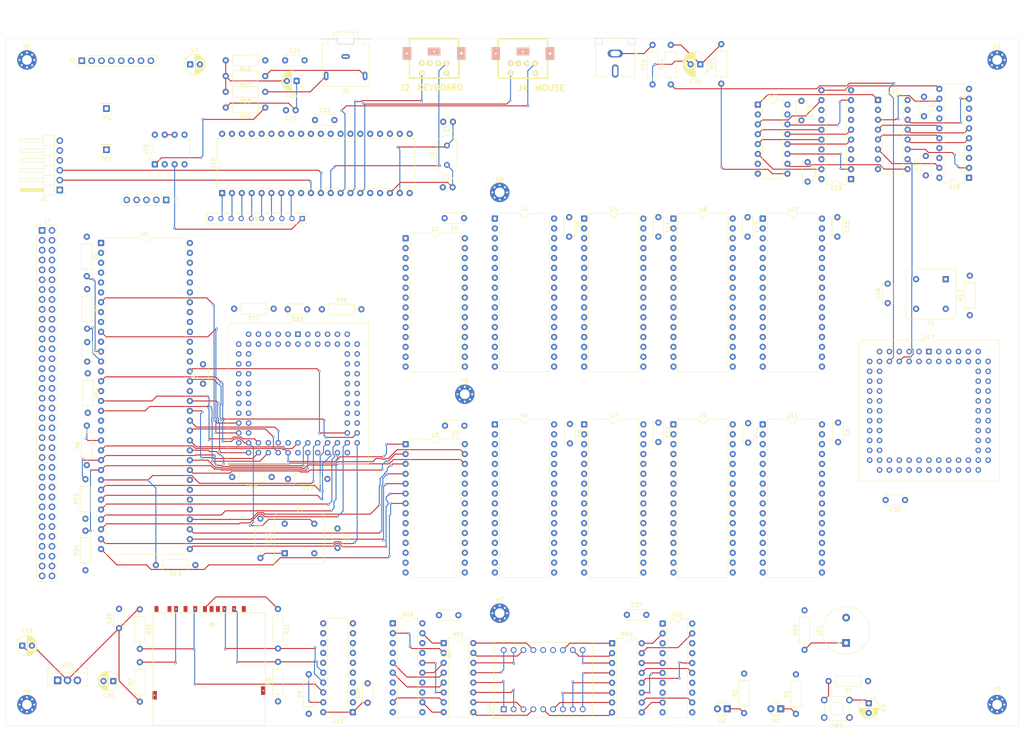
<source format=kicad_pcb>
(kicad_pcb (version 20241229) (generator "pcbnew") (generator_version "9.0")
  (layers (0 "F.Cu" signal) (4 "In1.Cu" signal) (6 "In2.Cu" signal) (2 "B.Cu" signal) (13 "F.Paste" user) (15 "B.Paste" user) (5 "F.SilkS" user "F.Silkscreen") (7 "B.SilkS" user "B.Silkscreen") (1 "F.Mask" user) (3 "B.Mask" user) (25 "Edge.Cuts" user))
  (net 0 "")
  (net 1 "+5V")
  (net 2 "GND")
  (net 3 "~{RESET}")
  (net 4 "+3V3")
  (net 5 "Net-(U16-XTAL1)")
  (net 6 "Net-(U16-XTAL2)")
  (net 7 "Net-(C25-Pad1)")
  (net 8 "Net-(C26-Pad2)")
  (net 9 "Net-(C35-Pad2)")
  (net 10 "Net-(C35-Pad1)")
  (net 11 "Net-(D1-K)")
  (net 12 "Net-(D2-K)")
  (net 13 "DEBUG_OUT")
  (net 14 "KBD_DATA")
  (net 16 "KBD_CLK")
  (net 24 "MOUSE_CLK")
  (net 25 "MOUSE_DATA")
  (net 28 "Net-(J5-PadT)")
  (net 29 "Net-(J5-PadR)")
  (net 30 "Net-(J6-In)")
  (net 31 "D15")
  (net 32 "A18")
  (net 33 "A20")
  (net 34 "~{BG}")
  (net 35 "~{LDS}")
  (net 36 "A10")
  (net 37 "D8")
  (net 38 "A7")
  (net 39 "D2")
  (net 40 "A4")
  (net 41 "A15")
  (net 42 "D11")
  (net 43 "~{VIDEO_IRQ}")
  (net 44 "D9")
  (net 45 "D7")
  (net 46 "A6")
  (net 47 "~{BR}")
  (net 48 "A16")
  (net 49 "A9")
  (net 50 "A23")
  (net 51 "~{BERR}")
  (net 52 "D4")
  (net 53 "A8")
  (net 54 "A3")
  (net 55 "VIDEO_PRESENT")
  (net 56 "~{FC1}")
  (net 57 "~{FC2}")
  (net 58 "~{HALT}")
  (net 59 "A11")
  (net 60 "A19")
  (net 61 "A1")
  (net 62 "~{UDS}")
  (net 63 "D12")
  (net 64 "D14")
  (net 65 "~{IPL1}")
  (net 66 "SYSCLK")
  (net 67 "A22")
  (net 68 "~{FC0}")
  (net 69 "~{VIDEO_SELECT}")
  (net 70 "~{R}{slash}W")
  (net 71 "~{BGACK}")
  (net 72 "~{VIDEO_IACK}")
  (net 73 "D13")
  (net 74 "D6")
  (net 75 "D5")
  (net 76 "D3")
  (net 77 "~{IPL0}")
  (net 78 "D1")
  (net 79 "A12")
  (net 80 "A5")
  (net 81 "~{DTACK}")
  (net 82 "R{slash}~{W}")
  (net 83 "A13")
  (net 84 "D10")
  (net 85 "D0")
  (net 86 "~{IPL2}")
  (net 87 "~{VIDEO_DTACK}")
  (net 88 "A17")
  (net 89 "A14")
  (net 90 "~{AS}")
  (net 91 "A21")
  (net 92 "A2")
  (net 96 "SPI_SCK_3V3")
  (net 97 "SPI_DI_3V3")
  (net 102 "UART_TX")
  (net 103 "UART_RX")
  (net 104 "Net-(U1-~{VPA})")
  (net 105 "SD_3V3OE")
  (net 106 "~{CPST_SYNC}")
  (net 107 "Net-(Y1-EN)")
  (net 108 "AUDIO7")
  (net 109 "AUDIO6")
  (net 110 "AUDIO5")
  (net 111 "AUDIO4")
  (net 112 "AUDIO3")
  (net 113 "AUDIO2")
  (net 114 "AUDIO1")
  (net 115 "AUDIO0")
  (net 116 "Net-(U15A-+)")
  (net 117 "Net-(U15A--)")
  (net 118 "DEBUG_IN")
  (net 121 "~{ROM_SELECT}")
  (net 122 "~{RAM_SELECT_1}")
  (net 123 "~{WRITE_LO}")
  (net 124 "~{WRITE_HI}")
  (net 125 "~{RAM_SELECT_2}")
  (net 126 "~{RAM_SELECT_3}")
  (net 127 "~{RAM_SELECT_4}")
  (net 128 "SD_CS_5V")
  (net 129 "CPST_START_FIELD")
  (net 130 "~{SD_CS_3V3}")
  (net 131 "~{IO_IRQ}")
  (net 132 "~{IO_DTACK}")
  (net 133 "DBGLOLED_LE")
  (net 134 "DBGHILED_LE")
  (net 135 "~{IO_IACK}")
  (net 136 "SPI_DO_3V3")
  (net 137 "~{IO_SELECT}")
  (net 143 "Net-(U15B--)")
  (net 147 "~{CPST_PL}")
  (net 148 "CPST_CLK")
  (net 149 "CPST_LE")
  (net 150 "CPST_FILL")
  (net 151 "Net-(U18-O6)")
  (net 152 "Net-(U18-O5)")
  (net 153 "Net-(U18-O7)")
  (net 154 "Net-(U18-O4)")
  (net 155 "Net-(U18-O1)")
  (net 156 "Net-(U18-O2)")
  (net 157 "Net-(U18-O0)")
  (net 158 "Net-(U18-O3)")
  (net 159 "Net-(U19-O6)")
  (net 160 "Net-(U19-O0)")
  (net 161 "Net-(U19-O7)")
  (net 162 "Net-(U19-O3)")
  (net 163 "Net-(U19-O1)")
  (net 164 "Net-(U19-O4)")
  (net 165 "Net-(U19-O2)")
  (net 166 "Net-(U19-O5)")
  (net 167 "Net-(U20-Q7)")
  (net 170 "JTAG_TCK")
  (net 171 "JTAG_TMS")
  (net 172 "JTAG_TDO")
  (net 173 "JTAG_TDI")
  (net 174 "CPST_TDI")
  (net 175 "Net-(Y4-EN)")
  (net 176 "Net-(LS1-Pad1)")
  (net 177 "BOOT_BEEP")
  (net 178 "Net-(RN1-R1.2)")
  (net 179 "Net-(RN1-R4.1)")
  (net 180 "Net-(RN1-R8.2)")
  (net 181 "Net-(RN1-R5.1)")
  (net 182 "Net-(RN1-R5.2)")
  (net 183 "Net-(RN1-R6.1)")
  (net 184 "Net-(RN1-R1.1)")
  (net 185 "Net-(RN1-R8.1)")
  (net 186 "Net-(RN1-R2.2)")
  (net 187 "Net-(RN1-R7.2)")
  (net 188 "Net-(RN1-R2.1)")
  (net 189 "Net-(RN1-R6.2)")
  (net 190 "Net-(RN1-R4.2)")
  (net 191 "Net-(RN1-R3.2)")
  (net 192 "Net-(RN1-R7.1)")
  (net 193 "Net-(RN1-R3.1)")
  (net 194 "Net-(RN2-R1.2)")
  (net 195 "Net-(RN2-R2.1)")
  (net 196 "Net-(RN2-R4.1)")
  (net 197 "Net-(RN2-R3.2)")
  (net 198 "Net-(RN2-R5.2)")
  (net 199 "Net-(RN2-R3.1)")
  (net 200 "Net-(RN2-R5.1)")
  (net 201 "Net-(RN2-R1.1)")
  (net 202 "Net-(RN2-R2.2)")
  (net 203 "Net-(RN2-R8.2)")
  (net 204 "Net-(RN2-R4.2)")
  (net 205 "Net-(RN2-R6.2)")
  (net 206 "Net-(RN2-R7.1)")
  (net 207 "Net-(RN2-R6.1)")
  (net 208 "Net-(RN2-R8.1)")
  (net 209 "Net-(RN2-R7.2)")
  (net 210 "~{CPST_DTACK}")
  (net 211 "~{CPST_SELECT}")
  (net 212 "SPI_SCK_5V")
  (net 213 "SPI_DI_5V")
  (net 221 "CPST_PIXEL")
  (footprint "Capacitor_THT:C_Disc_D5.0mm_W2.5mm_P5.00mm" (layer "F.Cu") (at 267.95 198.8 -90)
    (property "Reference" "C12")
    (property "Value" "100nF")
  )
  (footprint "Capacitor_THT:C_Disc_D5.0mm_W2.5mm_P5.00mm" (layer "F.Cu") (at 171.92 105.6)
    (property "Reference" "C24")
    (property "Value" "100nF")
  )
  (footprint "Capacitor_THT:C_Disc_D5.0mm_W2.5mm_P5.00mm" (layer "F.Cu") (at 121 178.1 -90)
    (property "Reference" "C4")
    (property "Value" "100nF")
  )
  (footprint "MountingHole:MountingHole_2.5mm_Pad_Via" (layer "F.Cu") (at 227.125825 139.575825)
    (property "Reference" "H6")
    (property "Value" "MountingHole_Pad")
  )
  (footprint "Package_LCC:PLCC-84_THT-Socket" (layer "F.Cu") (at 175.22 176.06)
    (property "Reference" "U12")
    (property "Value" "GLUE")
  )
  (footprint "MountingHole:MountingHole_2.5mm_Pad_Via" (layer "F.Cu") (at 105.5 105.5)
    (property "Reference" "H1")
    (property "Value" "MountingHole_Pad")
  )
  (footprint "Package_DIP:DIP-32_W15.24mm" (layer "F.Cu") (at 271.8275 146.3)
    (property "Reference" "U8")
    (property "Value" "RAM 3 LO")
  )
  (footprint "Capacitor_THT:C_Disc_D3.0mm_W1.6mm_P2.50mm" (layer "F.Cu") (at 174.639775 118.44 180)
    (property "Reference" "C25")
    (property "Value" "10nF")
  )
  (footprint "Connector_PinHeader_2.54mm:PinHeader_2x36_P2.54mm_Vertical" (layer "F.Cu") (at 109.4 149.35)
    (property "Reference" "J7")
    (property "Value" "Expansion Bus")
  )
  (footprint "Package_DIP:DIP-40_W15.24mm" (layer "F.Cu") (at 155.71 139.74 90)
    (property "Reference" "U16")
    (property "Value" "AT89x51xxP")
  )
  (footprint "Capacitor_THT:C_Disc_D5.0mm_W2.5mm_P5.00mm" (layer "F.Cu") (at 291.05 198.95 -90)
    (property "Reference" "C14")
    (property "Value" "100nF")
  )
  (footprint "Package_DIP:DIP-28_W15.24mm" (layer "F.Cu") (at 202.91 151.38)
    (property "Reference" "U2")
    (property "Value" "ROM LO")
  )
  (footprint "Package_DIP:DIP-32_W15.24mm" (layer "F.Cu") (at 225.8825 199.27)
    (property "Reference" "U5")
    (property "Value" "RAM 1 HI")
  )
  (footprint "Capacitor_THT:C_Disc_D5.0mm_W2.5mm_P5.00mm" (layer "F.Cu") (at 336.276667 114.98 -90)
    (property "Reference" "C32")
    (property "Value" "100nF")
  )
  (footprint "Package_TO_SOT_THT:TO-220-3_Vertical" (layer "F.Cu") (at 113.4 265.1)
    (property "Reference" "U14")
    (property "Value" "LD1117V33")
  )
  (footprint "Resistor_THT:R_Axial_DIN0207_L6.3mm_D2.5mm_P10.16mm_Horizontal" (layer "F.Cu") (at 182.81 213.3 180)
    (property "Reference" "R19")
    (property "Value" "10K")
  )
  (footprint "Resistor_THT:R_Axial_DIN0207_L6.3mm_D2.5mm_P10.16mm_Horizontal" (layer "F.Cu") (at 266.45 111.8 90)
    (property "Reference" "R16")
    (property "Value" "33")
  )
  (footprint "Connector_PinHeader_2.54mm:PinHeader_1x01_P2.54mm_Vertical" (layer "F.Cu") (at 125.95 118.01 180)
    (property "Reference" "TP2")
    (property "Value" "Debug Out")
  )
  (footprint "Capacitor_THT:C_Disc_D5.0mm_W2.5mm_P5.00mm" (layer "F.Cu") (at 259.85 248.25)
    (property "Reference" "C37")
    (property "Value" "100nF")
  )
  (footprint "Resistor_THT:R_Axial_DIN0207_L6.3mm_D2.5mm_P10.16mm_Horizontal" (layer "F.Cu") (at 134.54 246.84 -90)
    (property "Reference" "R10")
    (property "Value" "68K")
  )
  (footprint "board:10067847-001RLF" (layer "F.Cu") (at 152.92 260.75)
    (property "Reference" "J8")
    (property "Value" "SD_Card_Receptacle")
  )
  (footprint "Button_Switch_THT:SW_TH_Tactile_Omron_B3F-106x" (layer "F.Cu") (at 317.114888 274.68 180)
    (property "Reference" "SW1")
    (property "Value" "RESET")
  )
  (footprint "Resistor_THT:R_Axial_DIN0207_L6.3mm_D2.5mm_P10.16mm_Horizontal" (layer "F.Cu") (at 120.9 209.73 90)
    (property "Reference" "R6")
    (property "Value" "100K")
  )
  (footprint "Capacitor_THT:CP_Radial_D5.0mm_P2.50mm" (layer "F.Cu") (at 147.49 106.65)
    (property "Reference" "C1")
    (property "Value" "10uF")
  )
  (footprint "Package_DIP:DIP-32_W15.24mm" (layer "F.Cu") (at 294.8 146.3)
    (property "Reference" "U10")
    (property "Value" "RAM 4 LO")
  )
  (footprint "board:BO_4610X" (layer "F.Cu") (at 176.3229 146.3 180)
    (property "Reference" "R60")
    (property "Value" "4610X-R2R-103LF")
  )
  (footprint "MountingHole:MountingHole_2.5mm_Pad_Via" (layer "F.Cu") (at 355.1 271.35)
    (property "Reference" "H3")
    (property "Value" "MountingHole_Pad")
  )
  (footprint "Capacitor_THT:C_Disc_D5.0mm_W2.5mm_P5.00mm" (layer "F.Cu") (at 314.2 198.8 -90)
    (property "Reference" "C8")
    (property "Value" "100nF")
  )
  (footprint "Buzzer_Beeper:MagneticBuzzer_StarMicronics_QMX" (layer "F.Cu") (at 316.25 255.48 90)
    (property "Reference" "LS1")
    (property "Value" "Speaker")
  )
  (footprint "Package_DIP:DIP-20_W7.62mm" (layer "F.Cu") (at 199.614888 250.44)
    (property "Reference" "U23")
    (property "Value" "74HC373")
  )
  (footprint "LED_THT:LED_D3.0mm" (layer "F.Cu") (at 299.439888 272.43 180)
    (property "Reference" "D1")
    (property "Value" "GREEN")
  )
  (footprint "Capacitor_THT:C_Disc_D5.0mm_W2.5mm_P5.00mm" (layer "F.Cu") (at 326.95 168.05 90)
    (property "Reference" "C16")
    (property "Value" "100nF")
  )
  (footprint "Resistor_THT:R_Axial_DIN0207_L6.3mm_D2.5mm_P10.16mm_Horizontal" (layer "F.Cu") (at 181.38 169.65)
    (property "Reference" "R56")
    (property "Value" "10K")
  )
  (footprint "Package_DIP:DIP-32_W15.24mm" (layer "F.Cu") (at 248.855 146.3)
    (property "Reference" "U6")
    (property "Value" "RAM 2 LO")
  )
  (footprint "Capacitor_THT:C_Disc_D5.0mm_W2.5mm_P5.00mm" (layer "F.Cu") (at 185.4 226.05 -90)
    (property "Reference" "C2")
    (property "Value" "100nF")
  )
  (footprint "Resistor_THT:R_Axial_DIN0207_L6.3mm_D2.5mm_P10.16mm_Horizontal" (layer "F.Cu") (at 284.132379 111.6 90)
    (property "Reference" "R15")
    (property "Value" "430")
  )
  (footprint "Resistor_THT:R_Axial_DIN0207_L6.3mm_D2.5mm_P10.16mm_Horizontal" (layer "F.Cu") (at 120.9 150.97 -90)
    (property "Reference" "R4")
    (property "Value" "100K")
  )
  (footprint "Capacitor_THT:C_Disc_D3.0mm_W1.6mm_P2.50mm" (layer "F.Cu") (at 215.1 121.4 180)
    (property "Reference" "C21")
    (property "Value" "15pF")
  )
  (footprint "Resistor_THT:R_Axial_DIN0207_L6.3mm_D2.5mm_P10.16mm_Horizontal" (layer "F.Cu") (at 168.96 169.5 180)
    (property "Reference" "R17")
    (property "Value" "10K")
  )
  (footprint "Resistor_THT:R_Axial_DIN0207_L6.3mm_D2.5mm_P10.16mm_Horizontal" (layer "F.Cu") (at 321.894888 265.3 180)
    (property "Reference" "R2")
    (property "Value" "10K")
  )
  (footprint "Resistor_THT:R_Axial_DIN0207_L6.3mm_D2.5mm_P10.16mm_Horizontal" (layer "F.Cu") (at 170.09 246.75 -90)
    (property "Reference" "R11")
    (property "Value" "68K")
  )
  (footprint "Display_7Segment:DA56-11SURKWA" (layer "F.Cu") (at 228.159888 272.555 90)
    (property "Reference" "U24")
    (property "Value" "DA56-11SRWA")
  )
  (footprint "Connector_PinHeader_2.54mm:PinHeader_1x05_P2.54mm_Vertical" (layer "F.Cu") (at 141.33 141.5 -90)
    (property "Reference" "J1")
    (property "Value" "Conn_01x05_Pin")
  )
  (footprint "Capacitor_THT:C_Disc_D5.0mm_W2.5mm_P5.00mm" (layer "F.Cu") (at 218.05 199.59 180)
    (property "Reference" "C7")
    (property "Value" "100nF")
  )
  (footprint "Resistor_THT:R_Axial_DIN0207_L6.3mm_D2.5mm_P10.16mm_Horizontal" (layer "F.Cu") (at 303.334888 273.73 90)
    (property "Reference" "R1")
    (property "Value" "100")
  )
  (footprint "Capacitor_THT:C_Disc_D5.0mm_W2.5mm_P5.00mm" (layer "F.Cu") (at 150.8 188.8 90)
    (property "Reference" "C5")
    (property "Value" "100nF")
  )
  (footprint "Connector_PinHeader_2.54mm:PinHeader_1x08_P2.54mm_Vertical" (layer "F.Cu") (at 119.6 105.7 90)
    (property "Reference" "J3")
    (property "Value" "AdaFruit 4090 USB-C BOB")
  )
  (footprint "Package_DIP:DIP-32_W15.24mm" (layer "F.Cu") (at 248.855 199.27)
    (property "Reference" "U7")
    (property "Value" "RAM 2 HI")
  )
  (footprint "LED_THT:LED_D3.0mm" (layer "F.Cu") (at 285.674888 272.43 180)
    (property "Reference" "D2")
    (property "Value" "RED")
  )
  (footprint "Resistor_THT:R_Axial_DIN0207_L6.3mm_D2.5mm_P10.16mm_Horizontal" (layer "F.Cu") (at 177.999888 273.7 90)
    (property "Reference" "R8")
    (property "Value" "10K")
  )
  (footprint "Package_DIP:DIP-16_W7.62mm" (layer "F.Cu") (at 212.714888 255.52)
    (property "Reference" "RN1")
    (property "Value" "330")
  )
  (footprint "MountingHole:MountingHole_2.5mm_Pad_Via" (layer "F.Cu") (at 105.5 271.35)
    (property "Reference" "H4")
    (property "Value" "MountingHole_Pad")
  )
  (footprint "Oscillator:Oscillator_DIP-8" (layer "F.Cu") (at 341.87 161.9 180)
    (property "Reference" "Y1")
    (property "Value" "14.318MHz")
  )
  (footprint "Capacitor_THT:C_Disc_D5.0mm_W2.5mm_P5.00mm" (layer "F.Cu") (at 193.149888 270.87 90)
    (property "Reference" "C18")
    (property "Value" "100nF")
  )
  (footprint "Capacitor_THT:C_Disc_D5.0mm_W2.5mm_P5.00mm" (layer "F.Cu") (at 314 145.95 -90)
    (property "Reference" "C15")
    (property "Value" "100nF")
  )
  (footprint "Capacitor_THT:C_Disc_D5.0mm_W2.5mm_P5.00mm" (layer "F.Cu") (at 129.19 251.7 90)
    (property "Reference" "C20")
    (property "Value" "100nF")
  )
  (footprint "Package_DIP:DIP-32_W15.24mm" (layer "F.Cu") (at 271.8275 199.27)
    (property "Reference" "U9")
    (property "Value" "RAM 3 HI")
  )
  (footprint "Capacitor_THT:CP_Radial_D5.0mm_P2.50mm" (layer "F.Cu") (at 174.869999 110.9 180)
    (property "Reference" "C26")
    (property "Value" "100µF")
  )
  (footprint "Resistor_THT:R_Axial_DIN0207_L6.3mm_D2.5mm_P10.16mm_Horizontal" (layer "F.Cu") (at 120.55 236.78 90)
    (property "Reference" "R34")
    (property "Value" "10K")
  )
  (footprint "Capacitor_THT:C_Disc_D5.0mm_W2.5mm_P5.00mm" (layer "F.Cu") (at 179.6 120.95)
    (property "Reference" "C23")
    (property "Value" "100nF")
  )
  (footprint "Capacitor_THT:C_Disc_D5.0mm_W2.5mm_P5.00mm" (layer "F.Cu") (at 245 145.95 -90)
    (property "Reference" "C10")
    (property "Value" "100nF")
  )
  (footprint "Capacitor_THT:C_Disc_D5.0mm_W2.5mm_P5.00mm" (layer "F.Cu") (at 331.41 218.71 180)
    (property "Reference" "C30")
    (property "Value" "100nF")
  )
  (footprint "Capacitor_THT:CP_Radial_D5.0mm_P2.50mm" (layer "F.Cu") (at 104.284888 256.18)
    (property "Reference" "C19")
    (property "Value" "10µF")
  )
  (footprint "Resistor_THT:R_Axial_DIN0207_L6.3mm_D2.5mm_P10.16mm_Horizontal" (layer "F.Cu") (at 170.09 270.51 90)
    (property "Reference" "R9")
    (property "Value" "68K")
  )
  (footprint "Crystal:Resonator-2Pin_W10.0mm_H5.0mm" (layer "F.Cu") (at 213.55 132.5 90)
    (property "Reference" "Y2")
    (property "Value" "11.0592MHz")
  )
  (footprint "Resistor_THT:R_Axial_DIN0207_L6.3mm_D2.5mm_P10.16mm_Horizontal" (layer "F.Cu") (at 166.8 109.65 180)
    (property "Reference" "R57")
    (property "Value" "100")
  )
  (footprint "Connector_PinHeader_2.54mm:PinHeader_1x06_P2.54mm_Horizontal" (layer "F.Cu") (at 113.95 138.96 180)
    (property "Reference" "J9")
    (property "Value" "FTDI serial")
  )
  (footprint "board:Mini_din6" (layer "F.Cu") (at 210.263 105.078 180)
    (property "Reference" "J2")
    (property "Value" "KEYBOARD")
  )
  (footprint "Capacitor_THT:C_Disc_D5.0mm_W2.5mm_P5.00mm" (layer "F.Cu") (at 216.5 248.35 180)
    (property "Reference" "C36")
    (property "Value" "100nF")
  )
  (footprint "Resistor_THT:R_Axial_DIN0207_L6.3mm_D2.5mm_P10.16mm_Horizontal" (layer "F.Cu") (at 148.83 235.45 180)
    (property "Reference" "R13")
    (property "Value" "10K")
  )
  (footprint "Resistor_THT:R_Axial_DIN0207_L6.3mm_D2.5mm_P10.16mm_Horizontal" (layer "F.Cu") (at 121.15 186.12 -90)
    (property "Reference" "R54")
    (property "Value" "10K")
  )
  (footprint "Capacitor_THT:C_Disc_D5.0mm_W2.5mm_P5.00mm" (layer "F.Cu") (at 290.9 145.95 -90)
    (property "Reference" "C13")
    (property "Value" "100nF")
  )
  (footprint "Resistor_THT:R_Axial_DIN0207_L6.3mm_D2.5mm_P10.16mm_Horizontal" (layer "F.Cu") (at 348.08 171.16 90)
    (property "Reference" "R12")
    (property "Value" "100K")
  )
  (footprint "Resistor_THT:R_Axial_DIN0207_L6.3mm_D2.5mm_P10.16mm_Horizontal" (layer "F.Cu") (at 134.54 270.6 90)
    (property "Reference" "R7")
    (property "Value" "68K")
  )
  (footprint "Package_DIP:DIP-20_W7.62mm" (layer "F.Cu") (at 317.523334 136.15 180)
    (property "Reference" "U19")
    (property "Value" "74HC373")
  )
  (footprint "Resistor_THT:R_Axial_DIN0207_L6.3mm_D2.5mm_P10.16mm_Horizontal" (layer "F.Cu") (at 166.8 113.7 180)
    (property "Reference" "R58")
    (property "Value" "100")
  )
  (footprint "Resistor_THT:R_Axial_DIN0207_L6.3mm_D2.5mm_P10.16mm_Horizontal" (layer "F.Cu") (at 271.15 111.8 90)
    (property "Reference" "R14")
    (property "Value" "1K")
  )
  (footprint "Capacitor_THT:CP_Radial_D5.0mm_P2.50mm" (layer "F.Cu") (at 322.064888 270.994888 -90)
    (property "Reference" "C3")
    (property "Value" "10uF")
  )
  (footprint "Resistor_THT:R_Axial_DIN0207_L6.3mm_D2.5mm_P10.16mm_Horizontal" (layer "F.Cu") (at 289.999888 273.53 90)
    (property "Reference" "R5")
    (property "Value" "100")
  )
  (footprint "Package_DIP:DIP-8_W7.62mm" (layer "F.Cu") (at 138.41 132.35 90)
    (property "Reference" "U15")
    (property "Value" "LM358")
  )
  (footprint "MountingHole:MountingHole_2.5mm_Pad_Via" (layer "F.Cu") (at 218.15 191.5)
    (property "Reference" "H9")
    (property "Value" "MountingHole_Pad")
  )
  (footprint "Resistor_THT:R_Axial_DIN0207_L6.3mm_D2.5mm_P10.16mm_Horizontal" (layer "F.Cu") (at 166.82 117.75 180)
    (property "Reference" "R52")
    (property "Value" "1K")
  )
  (footprint "Package_DIP:DIP-32_W15.24mm" (layer "F.Cu") (at 294.8 199.27)
    (property "Reference" "U11")
    (property "Value" "RAM 4 HI")
  )
  (footprint "Capacitor_THT:C_Disc_D5.0mm_W2.5mm_P5.00mm" (layer "F.Cu") (at 245.2 199.15 -90)
    (property "Reference" "C9")
    (property "Value" "100nF")
  )
  (footprint "Capacitor_THT:C_Disc_D5.0mm_W2.5mm_P5.00mm" (layer "F.Cu") (at 304.76 116.04 -90)
    (property "Reference" "C33")
    (property "Value" "100nF")
  )
  (footprint "MountingHole:MountingHole_2.5mm_Pad_Via" (layer "F.Cu") (at 355.1 105.5)
    (property "Reference" "H2")
    (property "Value" "MountingHole_Pad")
  )
  (footprint "Capacitor_THT:CP_Radial_D5.0mm_P2.50mm" (layer "F.Cu") (at 127.695113 265.3 180)
    (property "Reference" "C38")
    (property "Value" "10µF")
  )
  (footprint "board:CUI_RCJ-044" (layer "F.Cu") (at 256.85 103.85 90)
    (property "Reference" "J6")
    (property "Value" "COMPOSITE")
    (fp_line (start 4 -5.15) (end 2.3 -5.15) (stroke (width 0.1)) (layer "Edge.Cuts"))
    (fp_line (start 2.3 -5.15) (end 2.3 -3.35) (stroke (width 0.1)) (layer "Edge.Cuts"))
    (fp_line (start 4 -3.35) (end 4 -5.15) (stroke (width 0.1)) (layer "Edge.Cuts"))
    (fp_line (start 2.3 -3.35) (end 4 -3.35) (stroke (width 0.1)) (layer "Edge.Cuts"))
    (fp_line (start 4 3.35) (end 2.3 3.35) (stroke (width 0.1)) (layer "Edge.Cuts"))
    (fp_line (start 2.3 3.35) (end 2.3 5.15) (stroke (width 0.1)) (layer "Edge.Cuts"))
    (fp_line (start 4 5.15) (end 4 3.35) (stroke (width 0.1)) (layer "Edge.Cuts"))
    (fp_line (start 2.3 5.15) (end 4 5.15) (stroke (width 0.1)) (layer "Edge.Cuts"))
  )
  (footprint "Capacitor_THT:CP_Radial_D6.3mm_P2.50mm" (layer "F.Cu") (at 278.73238 106.62 180)
    (property "Reference" "C35")
    (property "Value" "220µF")
  )
  (footprint "Capacitor_THT:C_Disc_D5.0mm_W2.5mm_P5.00mm" (layer "F.Cu") (at 217.95 146.2 180)
    (property "Reference" "C6")
    (property "Value" "100nF")
  )
  (footprint "Capacitor_THT:C_Disc_D5.0mm_W2.5mm_P5.00mm" (layer "F.Cu") (at 267.95 145.95 -90)
    (property "Reference" "C11")
    (property "Value" "100nF")
  )
  (footprint "Oscillator:Oscillator_DIP-8" (layer "F.Cu") (at 171.81 232.43)
    (property "Reference" "Y4")
    (property "Value" "12MHz")
  )
  (footprint "Resistor_THT:R_Axial_DIN0207_L6.3mm_D2.5mm_P10.16mm_Horizontal" (layer "F.Cu") (at 305.55 257.26 90)
    (property "Reference" "R59")
    (property "Value" "100")
  )
  (footprint "Capacitor_THT:C_Disc_D5.0mm_W2.5mm_P5.00mm" (layer "F.Cu") (at 306.34 131.8 -90)
    (property "Reference" "C34")
    (property "Value" "100nF")
  )
  (footprint "Resistor_THT:R_Axial_DIN0207_L6.3mm_D2.5mm_P10.16mm_Horizontal" (layer "F.Cu") (at 121 164.47 -90)
    (property "Reference" "R3")
    (property "Value" "100K")
  )
  (footprint "Package_DIP:DIP-20_W7.62mm" (layer "F.Cu") (at 347.87 135.8 180)
    (property "Reference" "U18")
    (property "Value" "74HC373")
  )
  (footprint "Package_DIP:DIP-20_W7.62mm" (layer "F.Cu") (at 189.354888 273.3 180)
    (property "Reference" "U13")
    (property "Value" "SN74LVC245APW")
  )
  (footprint "Package_LCC:PLCC-84_THT-Socket" (layer "F.Cu") (at 337.55 180.52)
    (property "Reference" "U17")
    (property "Value" "CPST")
  )
  (footprint "Package_DIP:DIP-16_W7.62mm" (layer "F.Cu") (at 324.45 115.8)
    (property "Reference" "U20")
    (property "Value" "74HC165")
  )
  (footprint "Package_DIP:DIP-16_W7.62mm" (layer "F.Cu") (at 256.034888 255.57)
    (property "Reference" "RN2")
    (property "Value" "330")
  )
  (footprint "Package_DIP:DIP-64_W22.86mm" (layer "F.Cu") (at 124.56 152.59)
    (property "Reference" "U1")
    (property "Value" "MC68000P")
  )
  (footprint "Capacitor_THT:C_Disc_D5.0mm_W2.5mm_P5.00mm" (layer "F.Cu") (at 177.58 169.65 180)
    (property "Reference" "C17")
    (property "Value" "100nF")
  )
  (footprint "Connector_Audio:Jack_3.5mm_CUI_SJ1-3523N_Horizontal" (layer "F.Cu") (at 187.486292 104.606292 180)
    (property "Reference" "J5")
    (property "Value" "AudioJack3")
    (fp_line (start 2.2 4.5) (end 6.5 4.5) (stroke (width 0.12)) (layer "Edge.Cuts"))
    (fp_line (start 2.2 3.5) (end 2.2 4.5) (stroke (width 0.12)) (layer "Edge.Cuts"))
    (fp_line (start 1.8 3.1) (end -1.8 3.1) (stroke (width 0.12)) (layer "Edge.Cuts"))
    (fp_line (start -2.2 4.5) (end -6.5 4.5) (stroke (width 0.12)) (layer "Edge.Cuts"))
    (fp_line (start -2.2 3.5) (end -2.2 4.5) (stroke (width 0.12)) (layer "Edge.Cuts"))
    (fp_arc (start 1.8 3.1) (mid 2.082843 3.217157) (end 2.2 3.5) (stroke (width 0.12)) (layer "Edge.Cuts"))
    (fp_arc (start -2.2 3.5) (mid -2.082843 3.217158) (end -1.8 3.1) (stroke (width 0.12)) (layer "Edge.Cuts"))
  )
  (footprint "MountingHole:MountingHole_2.5mm_Pad_Via" (layer "F.Cu") (at 227.125825 247.825825)
    (property "Reference" "H7")
    (property "Value" "MountingHole_Pad")
  )
  (footprint "Package_DIP:DIP-20_W7.62mm" (layer "F.Cu") (at 269.034888 250.49)
    (property "Reference" "U22")
    (property "Value" "74HC373")
  )
  (footprint "Capacitor_THT:C_Disc_D5.0mm_W2.5mm_P5.00mm" (layer "F.Cu") (at 336.75 135.2 90)
    (property "Reference" "C31")
    (property "Value" "100nF")
  )
  (footprint "Package_DIP:DIP-32_W15.24mm" (layer "F.Cu") (at 225.8825 146.3)
    (property "Reference" "U4")
    (property "Value" "RAM 1 LO")
  )
  (footprint "Resistor_THT:R_Axial_DIN0207_L6.3mm_D2.5mm_P10.16mm_Horizontal" (layer "F.Cu") (at 168.46 212.8 180)
    (property "Reference" "R18")
    (property "Value" "10K")
  )
  (footprint "Package_DIP:DIP-16_W7.62mm" (layer "F.Cu") (at 293.54 116.98)
    (property "Reference" "U21")
    (property "Value" "74HC165")
  )
  (footprint "Resistor_THT:R_Axial_DIN0207_L6.3mm_D2.5mm_P10.16mm_Horizontal" (layer "F.Cu") (at 120.55 223.53 90)
    (property "Reference" "R55")
    (property "Value" "10K")
  )
  (footprint "Resistor_THT:R_Axial_DIN0207_L6.3mm_D2.5mm_P10.16mm_Horizontal" (layer "F.Cu") (at 165.56 223.48 -90)
    (property "Reference" "R33")
    (property "Value" "100K")
  )
  (footprint "Connector_PinHeader_2.54mm:PinHeader_1x01_P2.54mm_Vertical" (layer "F.Cu") (at 125.95 128.6 180)
    (property "Reference" "TP1")
    (property "Value" "Debug In")
  )
  (footprint "Package_DIP:DIP-28_W15.24mm" (layer "F.Cu") (at 202.91 204.35)
    (property "Reference" "U3")
    (property "Value" "ROM HI")
  )
  (footprint "Capacitor_THT:C_Disc_D3.0mm_W1.6mm_P2.50mm" (layer "F.Cu") (at 212.5 138.26)
    (property "Reference" "C22")
    (property "Value" "15pF")
  )
  (footprint "board:Mini_din6" (layer "F.Cu") (at 233.095 105.13 180)
    (property "Reference" "J4")
    (property "Value" "MOUSE")
  )
  (footprint "Resistor_THT:R_Axial_DIN0207_L6.3mm_D2.5mm_P10.16mm_Horizontal" (layer "F.Cu") (at 166.8 105.6 180)
    (property "Reference" "R53")
    (property "Value" "1K")
  )
  (gr_rect (start 100 100) (end 360.6 276.85) (stroke (width 0.05)) (fill no) (layer "Edge.Cuts"))
  (via (at 166.32 267.75) (size 0.6) (drill 0.3) (layers "F.Cu" "B.Cu") (net 2))
  (via (at 138.32 268.95) (size 0.6) (drill 0.3) (layers "F.Cu" "B.Cu") (net 2))
  (segment (start 311.734888 269.06) (end 311.734888 265.3) (width 0.25) (layer "F.Cu") (net 3))
  (segment (start 321.25 270.18) (end 322.064888 270.994888) (width 0.25) (layer "F.Cu") (net 3))
  (segment (start 310.614888 270.18) (end 311.734888 269.06) (width 0.25) (layer "F.Cu") (net 3))
  (segment (start 165.394288 208.745712) (end 167.6 206.54) (width 0.25) (layer "F.Cu") (net 3))
  (segment (start 153.225 208.745712) (end 165.394288 208.745712) (width 0.25) (layer "F.Cu") (net 3))
  (segment (start 317.114888 270.18) (end 321.25 270.18) (width 0.25) (layer "F.Cu") (net 3))
  (segment (start 137.05 194.644) (end 152.619 194.644) (width 0.25) (layer "F.Cu") (net 3))
  (segment (start 137.05 194.644) (end 135.924 195.77) (width 0.25) (layer "F.Cu") (net 3))
  (segment (start 152.619 194.644) (end 152.725 194.75) (width 0.25) (layer "F.Cu") (net 3))
  (segment (start 135.924 195.77) (end 124.56 195.77) (width 0.25) (layer "F.Cu") (net 3))
  (via (at 153.225 208.745712) (size 0.6) (drill 0.3) (layers "F.Cu" "B.Cu") (net 3))
  (via (at 152.725 194.75) (size 0.6) (drill 0.3) (layers "F.Cu" "B.Cu") (net 3))
  (segment (start 153.15 197.695405) (end 153.15 195.636396) (width 0.25) (layer "B.Cu") (net 3))
  (segment (start 153.05 195.536396) (end 153.05 195.075) (width 0.25) (layer "B.Cu") (net 3))
  (segment (start 152.975 197.870405) (end 153.15 197.695405) (width 0.25) (layer "B.Cu") (net 3))
  (segment (start 153.15 208.670712) (end 153.15 198.604595) (width 0.25) (layer "B.Cu") (net 3))
  (segment (start 153.225 208.745712) (end 153.15 208.670712) (width 0.25) (layer "B.Cu") (net 3))
  (segment (start 153.15 198.604595) (end 152.975 198.429595) (width 0.25) (layer "B.Cu") (net 3))
  (segment (start 153.05 195.075) (end 152.725 194.75) (width 0.25) (layer "B.Cu") (net 3))
  (segment (start 152.975 198.429595) (end 152.975 197.870405) (width 0.25) (layer "B.Cu") (net 3))
  (segment (start 153.15 195.636396) (end 153.05 195.536396) (width 0.25) (layer "B.Cu") (net 3))
  (segment (start 104.284888 256.18) (end 105.410888 257.306) (width 0.25) (layer "F.Cu") (net 4))
  (segment (start 134.05 246.84) (end 134.54 246.84) (width 0.25) (layer "F.Cu") (net 4))
  (segment (start 189.354888 273.3) (end 181.734888 273.3) (width 0.25) (layer "F.Cu") (net 4))
  (segment (start 193.149888 270.87) (end 191.784888 270.87) (width 0.25) (layer "F.Cu") (net 4))
  (segment (start 115.94 264.95) (end 129.19 251.7) (width 0.25) (layer "F.Cu") (net 4))
  (segment (start 105.410888 257.306) (end 108.146 257.306) (width 0.25) (layer "F.Cu") (net 4))
  (segment (start 166.99 243.65) (end 154.1 243.65) (width 0.25) (layer "F.Cu") (net 4))
  (segment (start 151.295 246.455) (end 151.295 246.75) (width 0.25) (layer "F.Cu") (net 4))
  (segment (start 129.19 265.25) (end 134.54 270.6) (width 0.25) (layer "F.Cu") (net 4))
  (segment (start 154.1 243.65) (end 151.295 246.455) (width 0.25) (layer "F.Cu") (net 4))
  (segment (start 108.146 257.306) (end 115.94 265.1) (width 0.25) (layer "F.Cu") (net 4))
  (segment (start 129.19 251.7) (end 134.05 246.84) (width 0.25) (layer "F.Cu") (net 4))
  (segment (start 129.19 251.7) (end 129.19 265.25) (width 0.25) (layer "F.Cu") (net 4))
  (segment (start 191.784888 270.87) (end 189.354888 273.3) (width 0.25) (layer "F.Cu") (net 4))
  (segment (start 115.94 265.1) (end 115.94 264.95) (width 0.25) (layer "F.Cu") (net 4))
  (segment (start 170.09 246.75) (end 166.99 243.65) (width 0.25) (layer "F.Cu") (net 4))
  (segment (start 213.15 127.9) (end 200.9 127.9) (width 0.25) (layer "F.Cu") (net 5))
  (segment (start 213.55 127.5) (end 213.15 127.9) (width 0.25) (layer "F.Cu") (net 5))
  (via (at 200.9 127.9) (size 0.6) (drill 0.3) (layers "F.Cu" "B.Cu") (net 5))
  (segment (start 215.1 125.95) (end 215.1 121.4) (width 0.25) (layer "B.Cu") (net 5))
  (segment (start 200.9 127.9) (end 201.43 128.43) (width 0.25) (layer "B.Cu") (net 5))
  (segment (start 201.43 128.43) (end 201.43 139.74) (width 0.25) (layer "B.Cu") (net 5))
  (segment (start 213.55 127.5) (end 215.1 125.95) (width 0.25) (layer "B.Cu") (net 5))
  (segment (start 215 138.26) (end 213.74 137) (width 0.25) (layer "F.Cu") (net 6))
  (segment (start 201.63 137) (end 198.89 139.74) (width 0.25) (layer "F.Cu") (net 6))
  (segment (start 213.74 137) (end 201.63 137) (width 0.25) (layer "F.Cu") (net 6))
  (segment (start 215 138.26) (end 215 133.95) (width 0.25) (layer "B.Cu") (net 6))
  (segment (start 215 133.95) (end 213.55 132.5) (width 0.25) (layer "B.Cu") (net 6))
  (segment (start 157.786 116.624) (end 172.823775 116.624) (width 0.25) (layer "F.Cu") (net 7))
  (segment (start 172.823775 116.624) (end 174.639775 118.44) (width 0.25) (layer "F.Cu") (net 7))
  (segment (start 156.66 117.75) (end 157.786 116.624) (width 0.25) (layer "F.Cu") (net 7))
  (segment (start 174.869999 110.9) (end 174.869999 118.209776) (width 0.25) (layer "B.Cu") (net 7))
  (segment (start 174.869999 118.209776) (end 174.639775 118.44) (width 0.25) (layer "B.Cu") (net 7))
  (segment (start 157.89 110.9) (end 156.64 109.65) (width 0.25) (layer "F.Cu") (net 8))
  (segment (start 156.64 105.6) (end 156.64 109.65) (width 0.25) (layer "F.Cu") (net 8))
  (segment (start 156.64 109.65) (end 156.64 113.7) (width 0.25) (layer "F.Cu") (net 8))
  (segment (start 172.369999 110.9) (end 157.89 110.9) (width 0.25) (layer "F.Cu") (net 8))
  (segment (start 267.12 106.62) (end 267.1 106.6) (width 0.25) (layer "F.Cu") (net 9))
  (segment (start 275.432381 105.820001) (end 272.243603 105.820001) (width 0.25) (layer "F.Cu") (net 9))
  (segment (start 276.23238 106.62) (end 275.432381 105.820001) (width 0.25) (layer "F.Cu") (net 9))
  (segment (start 271.443604 106.62) (end 267.12 106.62) (width 0.25) (layer "F.Cu") (net 9))
  (segment (start 272.243603 105.820001) (end 271.443604 106.62) (width 0.25) (layer "F.Cu") (net 9))
  (via (at 267.1 106.6) (size 0.6) (drill 0.3) (layers "F.Cu" "B.Cu") (net 9))
  (segment (start 267.1 106.6) (end 266.45 107.25) (width 0.25) (layer "B.Cu") (net 9))
  (segment (start 266.45 107.25) (end 266.45 111.8) (width 0.25) (layer "B.Cu") (net 9))
  (segment (start 278.73238 106.62) (end 278.952379 106.62) (width 0.25) (layer "F.Cu") (net 10))
  (segment (start 278.952379 106.62) (end 284.132379 101.44) (width 0.25) (layer "F.Cu") (net 10))
  (segment (start 271.15 101.64) (end 273.75238 101.64) (width 0.25) (layer "F.Cu") (net 10))
  (segment (start 273.75238 101.64) (end 278.73238 106.62) (width 0.25) (layer "F.Cu") (net 10))
  (segment (start 302.034888 272.43) (end 303.334888 273.73) (width 0.25) (layer "F.Cu") (net 11))
  (segment (start 299.439888 272.43) (end 302.034888 272.43) (width 0.25) (layer "F.Cu") (net 11))
  (segment (start 285.674888 272.43) (end 288.899888 272.43) (width 0.25) (layer "F.Cu") (net 12))
  (segment (start 288.899888 272.43) (end 289.999888 273.53) (width 0.25) (layer "F.Cu") (net 12))
  (segment (start 191.699501 115.95) (end 206.85 115.95) (width 0.25) (layer "F.Cu") (net 14))
  (segment (start 191.449501 116.2) (end 191.699501 115.95) (width 0.25) (layer "F.Cu") (net 14))
  (segment (start 206.85 115.95) (end 207.05 116.15) (width 0.25) (layer "F.Cu") (net 14))
  (segment (start 190.15 116.2) (end 191.449501 116.2) (width 0.25) (layer "F.Cu") (net 14))
  (via (at 207.05 116.15) (size 0.6) (drill 0.3) (layers "F.Cu" "B.Cu") (net 14))
  (via (at 190.15 116.2) (size 0.6) (drill 0.3) (layers "F.Cu" "B.Cu") (net 14))
  (segment (start 207.05 116.15) (end 207.088 116.112) (width 0.25) (layer "B.Cu") (net 14))
  (segment (start 189.75 116.2) (end 190.15 116.2) (width 0.25) (layer "B.Cu") (net 14))
  (segment (start 207.088 116.112) (end 207.088 108.888) (width 0.25) (layer "B.Cu") (net 14))
  (segment (start 189.7 116.15) (end 189.75 116.2) (width 0.25) (layer "B.Cu") (net 14))
  (segment (start 188.73 139.74) (end 189.856 138.614) (width 0.25) (layer "B.Cu") (net 14))
  (segment (start 189.856 138.614) (end 189.856 116.306) (width 0.25) (layer "B.Cu") (net 14))
  (segment (start 189.856 116.306) (end 189.7 116.15) (width 0.25) (layer "B.Cu") (net 14))
  (segment (start 211.7 132.7) (end 184.9 132.7) (width 0.25) (layer "F.Cu") (net 16))
  (segment (start 184.9 132.7) (end 184.55 133.05) (width 0.25) (layer "F.Cu") (net 16))
  (via (at 184.55 133.05) (size 0.6) (drill 0.3) (layers "F.Cu" "B.Cu") (net 16))
  (via (at 211.7 132.7) (size 0.6) (drill 0.3) (layers "F.Cu" "B.Cu") (net 16))
  (segment (start 211.474 108.312) (end 211.474 132.474) (width 0.25) (layer "B.Cu") (net 16))
  (segment (start 183.65 133.95) (end 184.55 133.05) (width 0.25) (layer "B.Cu") (net 16))
  (segment (start 213.438 106.348) (end 211.474 108.312) (width 0.25) (layer "B.Cu") (net 16))
  (segment (start 183.65 139.74) (end 183.65 133.95) (width 0.25) (layer "B.Cu") (net 16))
  (segment (start 211.474 132.474) (end 211.7 132.7) (width 0.25) (layer "B.Cu") (net 16))
  (segment (start 234.35 117.3) (end 187.65 117.3) (width 0.25) (layer "F.Cu") (net 24))
  (segment (start 187.65 117.3) (end 186.45 118.5) (width 0.25) (layer "F.Cu") (net 24))
  (via (at 186.45 118.5) (size 0.6) (drill 0.3) (layers "F.Cu" "B.Cu") (net 24))
  (via (at 234.35 117.3) (size 0.6) (drill 0.3) (layers "F.Cu" "B.Cu") (net 24))
  (segment (start 187.316 119.366) (end 187.316 138.614) (width 0.25) (layer "B.Cu") (net 24))
  (segment (start 187.316 138.614) (end 186.19 139.74) (width 0.25) (layer "B.Cu") (net 24))
  (segment (start 236.27 106.4) (end 234.35 108.32) (width 0.25) (layer "B.Cu") (net 24))
  (segment (start 234.35 108.32) (end 234.35 117.3) (width 0.25) (layer "B.Cu") (net 24))
  (segment (start 186.45 118.5) (end 187.316 119.366) (width 0.25) (layer "B.Cu") (net 24))
  (segment (start 229.8 116) (end 228.95 116.85) (width 0.25) (layer "F.Cu") (net 25))
  (segment (start 192.204096 116.85) (end 191.979096 116.625) (width 0.25) (layer "F.Cu") (net 25))
  (segment (start 228.95 116.85) (end 192.204096 116.85) (width 0.25) (layer "F.Cu") (net 25))
  (via (at 191.979096 116.625) (size 0.6) (drill 0.3) (layers "F.Cu" "B.Cu") (net 25))
  (via (at 229.8 116) (size 0.6) (drill 0.3) (layers "F.Cu" "B.Cu") (net 25))
  (segment (start 191.27 139.74) (end 192.396 138.614) (width 0.25) (layer "B.Cu") (net 25))
  (segment (start 229.92 115.88) (end 229.92 108.94) (width 0.25) (layer "B.Cu") (net 25))
  (segment (start 229.8 116) (end 229.92 115.88) (width 0.25) (layer "B.Cu") (net 25))
  (segment (start 192.396 117.041904) (end 191.979096 116.625) (width 0.25) (layer "B.Cu") (net 25))
  (segment (start 192.396 138.614) (end 192.396 117.041904) (width 0.25) (layer "B.Cu") (net 25))
  (segment (start 178.392584 113.7) (end 166.8 113.7) (width 0.25) (layer "F.Cu") (net 28))
  (segment (start 182.486292 109.606292) (end 178.392584 113.7) (width 0.25) (layer "F.Cu") (net 28))
  (segment (start 192.486292 109.606292) (end 191.060292 108.180292) (width 0.25) (layer "F.Cu") (net 29))
  (segment (start 191.060292 108.180292) (end 168.269708 108.180292) (width 0.25) (layer "F.Cu") (net 29))
  (segment (start 168.269708 108.180292) (end 166.8 109.65) (width 0.25) (layer "F.Cu") (net 29))
  (segment (start 264.24 103.85) (end 256.85 103.85) (width 0.25) (layer "F.Cu") (net 30))
  (segment (start 266.45 101.64) (end 264.24 103.85) (width 0.25) (layer "F.Cu") (net 30))
  (segment (start 169.2572 199.9572) (end 170.2 200.9) (width 0.25) (layer "F.Cu") (net 32))
  (segment (start 147.42 198.31) (end 149.0672 199.9572) (width 0.25) (layer "F.Cu") (net 32))
  (segment (start 149.0672 199.9572) (end 169.2572 199.9572) (width 0.25) (layer "F.Cu") (net 32))
  (via (at 170.2 200.9) (size 0.6) (drill 0.3) (layers "F.Cu" "B.Cu") (net 32))
  (segment (start 170.2 203.94) (end 170.14 204) (width 0.25) (layer "B.Cu") (net 32))
  (segment (start 170.2 200.9) (end 170.2 203.94) (width 0.25) (layer "B.Cu") (net 32))
  (segment (start 154.192979 193.23) (end 154.775 193.812021) (width 0.25) (layer "F.Cu") (net 33))
  (segment (start 155.49 206.54) (end 155.05 206.1) (width 0.25) (layer "F.Cu") (net 33))
  (segment (start 147.42 193.23) (end 154.192979 193.23) (width 0.25) (layer "F.Cu") (net 33))
  (segment (start 162.52 206.54) (end 155.49 206.54) (width 0.25) (layer "F.Cu") (net 33))
  (via (at 154.775 193.812021) (size 0.6) (drill 0.3) (layers "F.Cu" "B.Cu") (net 33))
  (via (at 155.05 206.1) (size 0.6) (drill 0.3) (layers "F.Cu" "B.Cu") (net 33))
  (segment (start 154.55 197.459009) (end 154.55 194.037021) (width 0.25) (layer "B.Cu") (net 33))
  (segment (start 155.05 198.890991) (end 154.775 198.615991) (width 0.25) (layer "B.Cu") (net 33))
  (segment (start 155.05 206.1) (end 155.05 198.890991) (width 0.25) (layer "B.Cu") (net 33))
  (segment (start 154.55 194.037021) (end 154.775 193.812021) (width 0.25) (layer "B.Cu") (net 33))
  (segment (start 154.775 198.615991) (end 154.775 197.684009) (width 0.25) (layer "B.Cu") (net 33))
  (segment (start 154.775 197.684009) (end 154.55 197.459009) (width 0.25) (layer "B.Cu") (net 33))
  (segment (start 196.184337 227.216124) (end 196.589468 226.810993) (width 0.25) (layer "F.Cu") (net 38))
  (segment (start 148.386124 227.216124) (end 196.184337 227.216124) (width 0.25) (layer "F.Cu") (net 38))
  (segment (start 147.42 226.25) (end 148.386124 227.216124) (width 0.25) (layer "F.Cu") (net 38))
  (segment (start 202.91 211.97) (end 198.33 211.97) (width 0.25) (layer "F.Cu") (net 38))
  (segment (start 198.33 211.97) (end 198.25 212.05) (width 0.25) (layer "F.Cu") (net 38))
  (via (at 198.25 212.05) (size 0.6) (drill 0.3) (layers "F.Cu" "B.Cu") (net 38))
  (via (at 196.589468 226.810993) (size 0.6) (drill 0.3) (layers "F.Cu" "B.Cu") (net 38))
  (segment (start 198.25 212.05) (end 198.15 212.05) (width 0.25) (layer "B.Cu") (net 38))
  (segment (start 198.15 212.05) (end 197.05 213.15) (width 0.25) (layer "B.Cu") (net 38))
  (segment (start 196.8 226.600461) (end 196.589468 226.810993) (width 0.25) (layer "B.Cu") (net 38))
  (segment (start 197.05 213.15) (end 197.05 214.863604) (width 0.25) (layer "B.Cu") (net 38))
  (segment (start 196.8 215.113604) (end 196.8 226.600461) (width 0.25) (layer "B.Cu") (net 38))
  (segment (start 197.05 214.863604) (end 196.8 215.113604) (width 0.25) (layer "B.Cu") (net 38))
  (segment (start 168.84 235.4) (end 152.3 235.4) (width 0.25) (layer "F.Cu") (net 40))
  (segment (start 137.426 236.576) (end 136.25 235.4) (width 0.25) (layer "F.Cu") (net 40))
  (segment (start 202.91 219.59) (end 199.104851 219.59) (width 0.25) (layer "F.Cu") (net 40))
  (segment (start 151.124 236.576) (end 137.426 236.576) (width 0.25) (layer "F.Cu") (net 40))
  (segment (start 152.3 235.4) (end 151.124 236.576) (width 0.25) (layer "F.Cu") (net 40))
  (segment (start 198.344 233.556) (end 170.684 233.556) (width 0.25) (layer "F.Cu") (net 40))
  (segment (start 170.684 233.556) (end 168.84 235.4) (width 0.25) (layer "F.Cu") (net 40))
  (segment (start 198.75 233.15) (end 198.344 233.556) (width 0.25) (layer "F.Cu") (net 40))
  (segment (start 128.63 235.4) (end 124.56 231.33) (width 0.25) (layer "F.Cu") (net 40))
  (segment (start 136.25 235.4) (end 128.63 235.4) (width 0.25) (layer "F.Cu") (net 40))
  (segment (start 199.104851 219.59) (end 199.075 219.619851) (width 0.25) (layer "F.Cu") (net 40))
  (via (at 199.075 219.619851) (size 0.6) (drill 0.3) (layers "F.Cu" "B.Cu") (net 40))
  (via (at 198.75 233.15) (size 0.6) (drill 0.3) (layers "F.Cu" "B.Cu") (net 40))
  (segment (start 198.75 233.15) (end 198.75 222.736396) (width 0.25) (layer "B.Cu") (net 40))
  (segment (start 199.075 222.411396) (end 199.075 219.619851) (width 0.25) (layer "B.Cu") (net 40))
  (segment (start 198.75 222.736396) (end 199.075 222.411396) (width 0.25) (layer "B.Cu") (net 40))
  (segment (start 195.285396 208.051) (end 196.846405 208.051) (width 0.25) (layer "F.Cu") (net 41))
  (segment (start 198.456237 208.051) (end 200.743237 205.764) (width 0.25) (layer "F.Cu") (net 41))
  (segment (start 154.229342 206.2272) (end 154.904342 206.9022) (width 0.25) (layer "F.Cu") (net 41))
  (segment (start 197.753595 208.051) (end 198.456237 208.051) (width 0.25) (layer "F.Cu") (net 41))
  (segment (start 197.579595 208.225) (end 197.753595 208.051) (width 0.25) (layer "F.Cu") (net 41))
  (segment (start 185.057399 209.25) (end 185.457399 208.85) (width 0.25) (layer "F.Cu") (net 41))
  (segment (start 200.743237 205.764) (end 217.024 205.764) (width 0.25) (layer "F.Cu") (net 41))
  (segment (start 185.457399 208.85) (end 194.486396 208.85) (width 0.25) (layer "F.Cu") (net 41))
  (segment (start 152.449992 206.2272) (end 154.229342 206.2272) (width 0.25) (layer "F.Cu") (net 41))
  (segment (start 152.152792 205.93) (end 152.449992 206.2272) (width 0.25) (layer "F.Cu") (net 41))
  (segment (start 147.42 205.93) (end 152.152792 205.93) (width 0.25) (layer "F.Cu") (net 41))
  (segment (start 157.254 209.423) (end 172.981595 209.423) (width 0.25) (layer "F.Cu") (net 41))
  (segment (start 157.252 209.425) (end 157.254 209.423) (width 0.25) (layer "F.Cu") (net 41))
  (segment (start 173.154595 209.25) (end 185.057399 209.25) (width 0.25) (layer "F.Cu") (net 41))
  (segment (start 217.024 205.764) (end 218.15 206.89) (width 0.25) (layer "F.Cu") (net 41))
  (segment (start 172.981595 209.423) (end 173.154595 209.25) (width 0.25) (layer "F.Cu") (net 41))
  (segment (start 197.020405 208.225) (end 197.579595 208.225) (width 0.25) (layer "F.Cu") (net 41))
  (segment (start 196.846405 208.051) (end 197.020405 208.225) (width 0.25) (layer "F.Cu") (net 41))
  (segment (start 194.486396 208.85) (end 195.285396 208.051) (width 0.25) (layer "F.Cu") (net 41))
  (via (at 154.904342 206.9022) (size 0.6) (drill 0.3) (layers "F.Cu" "B.Cu") (net 41))
  (via (at 156.1 209.423002) (size 0.6) (drill 0.3) (layers "F.Cu" "B.Cu") (net 41))
  (segment (start 156.1 209.423002) (end 156.1 208.017971) (width 0.25) (layer "B.Cu") (net 41))
  (segment (start 156.05 207.967971) (end 156.05 207.804595) (width 0.25) (layer "B.Cu") (net 41))
  (segment (start 156.05 207.804595) (end 155.147605 206.9022) (width 0.25) (layer "B.Cu") (net 41))
  (segment (start 156.1 208.017971) (end 156.05 207.967971) (width 0.25) (layer "B.Cu") (net 41))
  (segment (start 155.147605 206.9022) (end 154.904342 206.9022) (width 0.25) (layer "B.Cu") (net 41))
  (segment (start 198.04 214.51) (end 202.91 214.51) (width 0.25) (layer "F.Cu") (net 46))
  (segment (start 197.85 214.7) (end 198.04 214.51) (width 0.25) (layer "F.Cu") (net 46))
  (segment (start 147.42 228.79) (end 196.94 228.79) (width 0.25) (layer "F.Cu") (net 46))
  (segment (start 196.94 228.79) (end 197.25 229.1) (width 0.25) (layer "F.Cu") (net 46))
  (via (at 197.25 229.1) (size 0.6) (drill 0.3) (layers "F.Cu" "B.Cu") (net 46))
  (via (at 197.85 214.7) (size 0.6) (drill 0.3) (layers "F.Cu" "B.Cu") (net 46))
  (segment (start 197.25 215.3) (end 197.85 214.7) (width 0.25) (layer "B.Cu") (net 46))
  (segment (start 197.25 229.1) (end 197.25 215.3) (width 0.25) (layer "B.Cu") (net 46))
  (segment (start 121 174.63) (end 122.148701 174.63) (width 0.25) (layer "F.Cu") (net 47))
  (segment (start 122.148701 174.63) (end 122.375 174.403701) (width 0.25) (layer "F.Cu") (net 47))
  (via (at 122.375 174.403701) (size 0.6) (drill 0.3) (layers "F.Cu" "B.Cu") (net 47))
  (segment (start 124.56 183.07) (end 122.375 180.885) (width 0.25) (layer "B.Cu") (net 47))
  (segment (start 122.375 180.885) (end 122.375 174.403701) (width 0.25) (layer "B.Cu") (net 47))
  (segment (start 186.093803 207.5772) (end 184.871003 208.8) (width 0.25) (layer "F.Cu") (net 48))
  (segment (start 202.91 204.35) (end 198.15 204.35) (width 0.25) (layer "F.Cu") (net 48))
  (segment (start 147.42 203.39) (end 149.03 205) (width 0.25) (layer "F.Cu") (net 48))
  (segment (start 172.75 208.8) (end 172.7 208.75) (width 0.25) (layer "F.Cu") (net 48))
  (segment (start 149.03 205) (end 159.513177 205) (width 0.25) (layer "F.Cu") (net 48))
  (segment (start 197.2728 207.5772) (end 186.093803 207.5772) (width 0.25) (layer "F.Cu") (net 48))
  (segment (start 198.15 204.35) (end 198 204.5) (width 0.25) (layer "F.Cu") (net 48))
  (segment (start 184.871003 208.8) (end 172.75 208.8) (width 0.25) (layer "F.Cu") (net 48))
  (segment (start 159.513177 205) (end 159.550377 205.0372) (width 0.25) (layer "F.Cu") (net 48))
  (segment (start 159.550377 205.0372) (end 171.562799 205.037201) (width 0.25) (layer "F.Cu") (net 48))
  (segment (start 197.3 207.55) (end 197.2728 207.5772) (width 0.25) (layer "F.Cu") (net 48))
  (via (at 171.562799 205.037201) (size 0.6) (drill 0.3) (layers "F.Cu" "B.Cu") (net 48))
  (via (at 172.7 208.75) (size 0.6) (drill 0.3) (layers "F.Cu" "B.Cu") (net 48))
  (via (at 197.3 207.55) (size 0.6) (drill 0.3) (layers "F.Cu" "B.Cu") (net 48))
  (via (at 198 204.5) (size 0.6) (drill 0.3) (layers "F.Cu" "B.Cu") (net 48))
  (segment (start 198 206.85) (end 197.3 207.55) (width 0.25) (layer "B.Cu") (net 48))
  (segment (start 198 204.5) (end 198 206.85) (width 0.25) (layer "B.Cu") (net 48))
  (segment (start 172.7 206.56) (end 172.68 206.54) (width 0.25) (layer "B.Cu") (net 48))
  (segment (start 171.562799 205.422799) (end 171.562799 205.037201) (width 0.25) (layer "B.Cu") (net 48))
  (segment (start 172.7 208.75) (end 172.7 206.56) (width 0.25) (layer "B.Cu") (net 48))
  (segment (start 172.68 206.54) (end 171.562799 205.422799) (width 0.25) (layer "B.Cu") (net 48))
  (segment (start 148.843604 205.45) (end 159.326781 205.45) (width 0.25) (layer "F.Cu") (net 51))
  (segment (start 125.69 204.8) (end 148.193604 204.8) (width 0.25) (layer "F.Cu") (net 51))
  (segment (start 173.7328 205.4872) (end 175.22 204) (width 0.25) (layer "F.Cu") (net 51))
  (segment (start 159.363981 205.4872) (end 171.058203 205.4872) (width 0.25) (layer "F.Cu") (net 51))
  (segment (start 148.193604 204.8) (end 148.843604 205.45) (width 0.25) (layer "F.Cu") (net 51))
  (segment (start 172.067395 205.4872) (end 173.7328 205.4872) (width 0.25) (layer "F.Cu") (net 51))
  (segment (start 171.058203 205.4872) (end 171.283204 205.712201) (width 0.25) (layer "F.Cu") (net 51))
  (segment (start 159.326781 205.45) (end 159.363981 205.4872) (width 0.25) (layer "F.Cu") (net 51))
  (segment (start 171.842394 205.712201) (end 172.067395 205.4872) (width 0.25) (layer "F.Cu") (net 51))
  (segment (start 124.56 205.93) (end 125.69 204.8) (width 0.25) (layer "F.Cu") (net 51))
  (segment (start 171.283204 205.712201) (end 171.842394 205.712201) (width 0.25) (layer "F.Cu") (net 51))
  (segment (start 164.907199 221.904) (end 166.212801 221.904) (width 0.25) (layer "F.Cu") (net 53))
  (segment (start 163.101199 223.71) (end 164.907199 221.904) (width 0.25) (layer "F.Cu") (net 53))
  (segment (start 166.662801 222.354) (end 193.835294 222.354) (width 0.25) (layer "F.Cu") (net 53))
  (segment (start 196.144502 220.044792) (end 196.144502 219.952518) (width 0.25) (layer "F.Cu") (net 53))
  (segment (start 166.212801 221.904) (end 166.662801 222.354) (width 0.25) (layer "F.Cu") (net 53))
  (segment (start 147.42 223.71) (end 163.101199 223.71) (width 0.25) (layer "F.Cu") (net 53))
  (segment (start 202.91 209.43) (end 199.624238 209.43) (width 0.25) (layer "F.Cu") (net 53))
  (segment (start 193.835294 222.354) (end 196.144502 220.044792) (width 0.25) (layer "F.Cu") (net 53))
  (segment (start 199.624238 209.43) (end 199.234033 209.820205) (width 0.25) (layer "F.Cu") (net 53))
  (via (at 199.234033 209.820205) (size 0.6) (drill 0.3) (layers "F.Cu" "B.Cu") (net 53))
  (via (at 196.144502 219.952518) (size 0.6) (drill 0.3) (layers "F.Cu" "B.Cu") (net 53))
  (segment (start 196.375 214.902208) (end 196.375 213.188604) (width 0.25) (layer "B.Cu") (net 53))
  (segment (start 196.144502 219.952518) (end 196.144502 215.132706) (width 0.25) (layer "B.Cu") (net 53))
  (segment (start 196.144502 215.132706) (end 196.375 214.902208) (width 0.25) (layer "B.Cu") (net 53))
  (segment (start 197.575 211.988604) (end 197.575 211.770405) (width 0.25) (layer "B.Cu") (net 53))
  (segment (start 198.2 211.145405) (end 198.2 210.6) (width 0.25) (layer "B.Cu") (net 53))
  (segment (start 198.2 210.6) (end 198.979795 209.820205) (width 0.25) (layer "B.Cu") (net 53))
  (segment (start 197.575 211.770405) (end 198.2 211.145405) (width 0.25) (layer "B.Cu") (net 53))
  (segment (start 196.375 213.188604) (end 197.575 211.988604) (width 0.25) (layer "B.Cu") (net 53))
  (segment (start 198.979795 209.820205) (end 199.234033 209.820205) (width 0.25) (layer "B.Cu") (net 53))
  (segment (start 184.747199 229.474) (end 186.052801 229.474) (width 0.25) (layer "F.Cu") (net 54))
  (segment (start 186.494801 229.916) (end 189.484 229.916) (width 0.25) (layer "F.Cu") (net 54))
  (segment (start 184.305199 229.916) (end 184.747199 229.474) (width 0.25) (layer "F.Cu") (net 54))
  (segment (start 186.052801 229.474) (end 186.494801 229.916) (width 0.25) (layer "F.Cu") (net 54))
  (segment (start 124.56 228.79) (end 125.686 229.916) (width 0.25) (layer "F.Cu") (net 54))
  (segment (start 125.686 229.916) (end 184.305199 229.916) (width 0.25) (layer "F.Cu") (net 54))
  (segment (start 189.484 229.916) (end 189.8 229.6) (width 0.25) (layer "F.Cu") (net 54))
  (via (at 189.8 229.6) (size 0.6) (drill 0.3) (layers "F.Cu" "B.Cu") (net 54))
  (segment (start 190.46 228.94) (end 190.46 204) (width 0.25) (layer "B.Cu") (net 54))
  (segment (start 189.8 229.6) (end 190.46 228.94) (width 0.25) (layer "B.Cu") (net 54))
  (segment (start 182.84 206.54) (end 183.02093 206.54) (width 0.25) (layer "F.Cu") (net 56))
  (segment (start 181.15 218.4) (end 180.254 217.504) (width 0.25) (layer "F.Cu") (net 56))
  (segment (start 125.686 217.504) (end 124.56 218.63) (width 0.25) (layer "F.Cu") (net 56))
  (segment (start 180.254 217.504) (end 125.686 217.504) (width 0.25) (layer "F.Cu") (net 56))
  (segment (start 183.02093 206.54) (end 183.72701 207.24608) (width 0.25) (layer "F.Cu") (net 56))
  (via (at 183.72701 207.24608) (size 0.6) (drill 0.3) (layers "F.Cu" "B.Cu") (net 56))
  (via (at 181.15 218.4) (size 0.6) (drill 0.3) (layers "F.Cu" "B.Cu") (net 56))
  (segment (start 181.55 216.045405) (end 181.55 209.42309) (width 0.25) (layer "B.Cu") (net 56))
  (segment (start 181.625 216.120405) (end 181.55 216.045405) (width 0.25) (layer "B.Cu") (net 56))
  (segment (start 181.625 216.679595) (end 181.625 216.120405) (width 0.25) (layer "B.Cu") (net 56))
  (segment (start 181.55 216.754595) (end 181.625 216.679595) (width 0.25) (layer "B.Cu") (net 56))
  (segment (start 181.55 218.4) (end 181.55 216.754595) (width 0.25) (layer "B.Cu") (net 56))
  (segment (start 181.55 218.4) (end 181.55 218.7) (width 0.25) (layer "B.Cu") (net 56))
  (segment (start 181.55 209.42309) (end 183.72701 207.24608) (width 0.25) (layer "B.Cu") (net 56))
  (segment (start 181.55 218.4) (end 181.15 218.4) (width 0.25) (layer "B.Cu") (net 56))
  (segment (start 179.514 214.964) (end 180.95 216.4) (width 0.25) (layer "F.Cu") (net 57))
  (segment (start 124.56 216.09) (end 125.686 214.964) (width 0.25) (layer "F.Cu") (net 57))
  (segment (start 125.686 214.964) (end 179.514 214.964) (width 0.25) (layer "F.Cu") (net 57))
  (via (at 180.95 216.4) (size 0.6) (drill 0.3) (layers "F.Cu" "B.Cu") (net 57))
  (segment (start 181.8028 206.504023) (end 181.8028 205.0372) (width 0.25) (layer "B.Cu") (net 57))
  (segment (start 180.95 207.356823) (end 181.8028 206.504023) (width 0.25) (layer "B.Cu") (net 57))
  (segment (start 181.8028 205.0372) (end 182.84 204) (width 0.25) (layer "B.Cu") (net 57))
  (segment (start 180.95 216.4) (end 180.95 207.356823) (width 0.25) (layer "B.Cu") (net 57))
  (segment (start 165.06 204) (end 164.0228 202.9628) (width 0.25) (layer "F.Cu") (net 58))
  (segment (start 124.56 193.23) (end 137.656396 193.23) (width 0.25) (layer "F.Cu") (net 58))
  (segment (start 158.600804 202.5128) (end 158.150804 202.9628) (width 0.25) (layer "F.Cu") (net 58))
  (segment (start 138.886396 192) (end 152 192) (width 0.25) (layer "F.Cu") (net 58))
  (segment (start 164.0228 202.9628) (end 161.046019 202.9628) (width 0.25) (layer "F.Cu") (net 58))
  (segment (start 160.596019 202.5128) (end 158.600804 202.5128) (width 0.25) (layer "F.Cu") (net 58))
  (segment (start 158.150804 202.9628) (end 152.6372 202.9628) (width 0.25) (layer "F.Cu") (net 58))
  (segment (start 152.6372 202.9628) (end 152.35 203.25) (width 0.25) (layer "F.Cu") (net 58))
  (segment (start 137.656396 193.23) (end 138.886396 192) (width 0.25) (layer "F.Cu") (net 58))
  (segment (start 161.046019 202.9628) (end 160.596019 202.5128) (width 0.25) (layer "F.Cu") (net 58))
  (via (at 152.35 203.25) (size 0.6) (drill 0.3) (layers "F.Cu" "B.Cu") (net 58))
  (via (at 152 192) (size 0.6) (drill 0.3) (layers "F.Cu" "B.Cu") (net 58))
  (segment (start 152.35 203.25) (end 152.35 195.329595) (width 0.25) (layer "B.Cu") (net 58))
  (segment (start 152.05 194.470405) (end 152.35 194.170405) (width 0.25) (layer "B.Cu") (net 58))
  (segment (start 152.35 192.35) (end 152 192) (width 0.25) (layer "B.Cu") (net 58))
  (segment (start 152.35 194.170405) (end 152.35 192.35) (width 0.25) (layer "B.Cu") (net 58))
  (segment (start 152.05 195.029595) (end 152.05 194.470405) (width 0.25) (layer "B.Cu") (net 58))
  (segment (start 152.35 195.329595) (end 152.05 195.029595) (width 0.25) (layer "B.Cu") (net 58))
  (segment (start 163.575 208.025) (end 153.570405 208.025) (width 0.25) (layer "F.Cu") (net 60))
  (segment (start 153.570405 208.025) (end 153.345605 207.8002) (width 0.25) (layer "F.Cu") (net 60))
  (segment (start 165.06 206.54) (end 163.575 208.025) (width 0.25) (layer "F.Cu") (net 60))
  (segment (start 153.345605 207.8002) (end 150.45 207.8002) (width 0.25) (layer "F.Cu") (net 60))
  (segment (start 150.65 196.05) (end 150.37 195.77) (width 0.25) (layer "F.Cu") (net 60))
  (segment (start 150.37 195.77) (end 147.42 195.77) (width 0.25) (layer "F.Cu") (net 60))
  (via (at 150.45 207.8002) (size 0.6) (drill 0.3) (layers "F.Cu" "B.Cu") (net 60))
  (via (at 150.65 196.05) (size 0.6) (drill 0.3) (layers "F.Cu" "B.Cu") (net 60))
  (segment (start 150.158167 207.508367) (end 150.45 207.8002) (width 0.25) (layer "B.Cu") (net 60))
  (segment (start 150.158167 196.541833) (end 150.158167 207.508367) (width 0.25) (layer "B.Cu") (net 60))
  (segment (start 150.65 196.05) (end 150.158167 196.541833) (width 0.25) (layer "B.Cu") (net 60))
  (segment (start 183.79779 221.5) (end 183.87279 221.425) (width 0.25) (layer "F.Cu") (net 61))
  (segment (start 155.484 222.584) (end 156.568 221.5) (width 0.25) (layer "F.Cu") (net 61))
  (segment (start 125.686 222.584) (end 155.484 222.584) (width 0.25) (layer "F.Cu") (net 61))
  (segment (start 185.38 207.346295) (end 185.409705 207.376) (width 0.25) (layer "F.Cu") (net 61))
  (segment (start 156.568 221.5) (end 164.674803 221.5) (width 0.25) (layer "F.Cu") (net 61))
  (segment (start 166.399197 221.454) (end 166.445197 221.5) (width 0.25) (layer "F.Cu") (net 61))
  (segment (start 164.674803 221.5) (end 164.720803 221.454) (width 0.25) (layer "F.Cu") (net 61))
  (segment (start 164.720803 221.454) (end 166.399197 221.454) (width 0.25) (layer "F.Cu") (net 61))
  (segment (start 166.445197 221.5) (end 183.79779 221.5) (width 0.25) (layer "F.Cu") (net 61))
  (segment (start 185.38 206.54) (end 185.38 207.346295) (width 0.25) (layer "F.Cu") (net 61))
  (segment (start 124.56 223.71) (end 125.686 222.584) (width 0.25) (layer "F.Cu") (net 61))
  (via (at 183.87279 221.425) (size 0.6) (drill 0.3) (layers "F.Cu" "B.Cu") (net 61))
  (via (at 185.409705 207.376) (size 0.6) (drill 0.3) (layers "F.Cu" "B.Cu") (net 61))
  (segment (start 185.0178 218.568596) (end 185.0178 208.416905) (width 0.25) (layer "B.Cu") (net 61))
  (segment (start 183.87279 221.425) (end 184.5 220.79779) (width 0.25) (layer "B.Cu") (net 61))
  (segment (start 185.0178 208.416905) (end 185.409705 208.025) (width 0.25) (layer "B.Cu") (net 61))
  (segment (start 185.409705 208.025) (end 185.409705 207.376) (width 0.25) (layer "B.Cu") (net 61))
  (segment (start 184.5 220.79779) (end 184.5 219.086396) (width 0.25) (layer "B.Cu") (net 61))
  (segment (start 184.5 219.086396) (end 185.0178 218.568596) (width 0.25) (layer "B.Cu") (net 61))
  (segment (start 153.4 168.35) (end 151.754 166.704) (width 0.25) (layer "F.Cu") (net 62))
  (segment (start 154.42 198.92) (end 153.65 198.15) (width 0.25) (layer "F.Cu") (net 62))
  (segment (start 151.754 166.704) (end 125.686 166.704) (width 0.25) (layer "F.Cu") (net 62))
  (segment (start 125.686 166.704) (end 124.56 167.83) (width 0.25) (layer "F.Cu") (net 62))
  (segment (start 159.98 198.92) (end 154.42 198.92) (width 0.25) (layer "F.Cu") (net 62))
  (via (at 153.65 198.15) (size 0.6) (drill 0.3) (layers "F.Cu" "B.Cu") (net 62))
  (via (at 153.4 168.35) (size 0.6) (drill 0.3) (layers "F.Cu" "B.Cu") (net 62))
  (segment (start 153.65 168.6) (end 153.4 168.35) (width 0.25) (layer "B.Cu") (net 62))
  (segment (start 153.65 198.15) (end 153.65 168.6) (width 0.25) (layer "B.Cu") (net 62))
  (segment (start 155.224611 210.775) (end 155.447613 210.998002) (width 0.25) (layer "F.Cu") (net 65))
  (segment (start 121.95 211.05) (end 121.99 211.01) (width 0.25) (layer "F.Cu") (net 65))
  (segment (start 177.384043 211.05) (end 177.656112 210.777931) (width 0.25) (layer "F.Cu") (net 65))
  (segment (start 158.12939 210.775) (end 175.858862 210.775) (width 0.25) (layer "F.Cu") (net 65))
  (segment (start 175.858862 210.775) (end 176.133862 211.05) (width 0.25) (layer "F.Cu") (net 65))
  (segment (start 121.99 211.01) (end 124.56 211.01) (width 0.25) (layer "F.Cu") (net 65))
  (segment (start 176.133862 211.05) (end 177.384043 211.05) (width 0.25) (layer "F.Cu") (net 65))
  (segment (start 124.56 211.01) (end 125.686 209.884) (width 0.25) (layer "F.Cu") (net 65))
  (segment (start 125.686 209.884) (end 152.843009 209.884) (width 0.25) (layer "F.Cu") (net 65))
  (segment (start 152.843009 209.884) (end 153.734009 210.775) (width 0.25) (layer "F.Cu") (net 65))
  (segment (start 157.906388 210.998002) (end 158.12939 210.775) (width 0.25) (layer "F.Cu") (net 65))
  (segment (start 153.734009 210.775) (end 155.224611 210.775) (width 0.25) (layer "F.Cu") (net 65))
  (segment (start 121.83 226.62) (end 121.85 226.6) (width 0.25) (layer "F.Cu") (net 65))
  (segment (start 155.447613 210.998002) (end 157.906388 210.998002) (width 0.25) (layer "F.Cu") (net 65))
  (segment (start 120.55 226.62) (end 121.83 226.62) (width 0.25) (layer "F.Cu") (net 65))
  (via (at 177.656112 210.777931) (size 0.6) (drill 0.3) (layers "F.Cu" "B.Cu") (net 65))
  (via (at 121.95 211.05) (size 0.6) (drill 0.3) (layers "F.Cu" "B.Cu") (net 65))
  (via (at 121.85 226.6) (size 0.6) (drill 0.3) (layers "F.Cu" "B.Cu") (net 65))
  (segment (start 177.76 206.54) (end 177.76 210.674043) (width 0.25) (layer "B.Cu") (net 65))
  (segment (start 177.76 210.674043) (end 177.656112 210.777931) (width 0.25) (layer "B.Cu") (net 65))
  (segment (start 121.85 211.15) (end 121.95 211.05) (width 0.25) (layer "B.Cu") (net 65))
  (segment (start 121.85 226.6) (end 121.85 211.15) (width 0.25) (layer "B.Cu") (net 65))
  (segment (start 179.43 224.81) (end 178.304 223.684) (width 0.25) (layer "F.Cu") (net 66))
  (segment (start 158.7872 202.9628) (end 158.1 203.65) (width 0.25) (layer "F.Cu") (net 66))
  (segment (start 155.425 188.425) (end 155.510417 188.425) (width 0.25) (layer "F.Cu") (net 66))
  (segment (start 160.409623 202.9628) (end 158.7872 202.9628) (width 0.25) (layer "F.Cu") (net 66))
  (segment (start 166.074206 225.3) (end 162.9 225.3) (width 0.25) (layer "F.Cu") (net 66))
  (segment (start 125.686 187.024) (end 154.024 187.024) (width 0.25) (layer "F.Cu") (net 66))
  (segment (start 162.52 204) (end 161.446823 204) (width 0.25) (layer "F.Cu") (net 66))
  (segment (start 167.690206 223.684) (end 166.074206 225.3) (width 0.25) (layer "F.Cu") (net 66))
  (segment (start 154.024 187.024) (end 155.425 188.425) (width 0.25) (layer "F.Cu") (net 66))
  (segment (start 178.304 223.684) (end 167.690206 223.684) (width 0.25) (layer "F.Cu") (net 66))
  (segment (start 158.1 203.65) (end 155.85 203.65) (width 0.25) (layer "F.Cu") (net 66))
  (segment (start 124.56 188.15) (end 125.686 187.024) (width 0.25) (layer "F.Cu") (net 66))
  (segment (start 161.446823 204) (end 160.409623 202.9628) (width 0.25) (layer "F.Cu") (net 66))
  (via (at 155.85 203.65) (size 0.6) (drill 0.3) (layers "F.Cu" "B.Cu") (net 66))
  (via (at 162.9 225.3) (size 0.6) (drill 0.3) (layers "F.Cu" "B.Cu") (net 66))
  (via (at 155.510417 188.425) (size 0.6) (drill 0.3) (layers "F.Cu" "B.Cu") (net 66))
  (segment (start 156.125 198.329595) (end 156.125 197.770405) (width 0.25) (layer "B.Cu") (net 66))
  (segment (start 163.75 205.23) (end 162.52 204) (width 0.25) (layer "B.Cu") (net 66))
  (segment (start 163.75 224.45) (end 163.75 205.23) (width 0.25) (layer "B.Cu") (net 66))
  (segment (start 162.9 225.3) (end 163.75 224.45) (width 0.25) (layer "B.Cu") (net 66))
  (segment (start 155.85 198.604595) (end 156.125 198.329595) (width 0.25) (layer "B.Cu") (net 66))
  (segment (start 156.125 197.770405) (end 155.85 197.495405) (width 0.25) (layer "B.Cu") (net 66))
  (segment (start 155.85 194.328012) (end 155.9 194.278012) (width 0.25) (layer "B.Cu") (net 66))
  (segment (start 155.85 197.495405) (end 155.85 194.328012) (width 0.25) (layer "B.Cu") (net 66))
  (segment (start 155.85 203.65) (end 155.85 198.604595) (width 0.25) (layer "B.Cu") (net 66))
  (segment (start 155.9 194.278012) (end 155.9 188.814583) (width 0.25) (layer "B.Cu") (net 66))
  (segment (start 155.9 188.814583) (end 155.510417 188.425) (width 0.25) (layer "B.Cu") (net 66))
  (segment (start 180.75 185.6) (end 180.076 184.926) (width 0.25) (layer "F.Cu") (net 67))
  (segment (start 148.104 184.926) (end 147.42 185.61) (width 0.25) (layer "F.Cu") (net 67))
  (segment (start 187.92 201.46) (end 180.89 201.46) (width 0.25) (layer "F.Cu") (net 67))
  (segment (start 180.89 201.46) (end 180.75 201.6) (width 0.25) (layer "F.Cu") (net 67))
  (segment (start 180.076 184.926) (end 148.104 184.926) (width 0.25) (layer "F.Cu") (net 67))
  (via (at 180.75 201.6) (size 0.6) (drill 0.3) (layers "F.Cu" "B.Cu") (net 67))
  (via (at 180.75 185.6) (size 0.6) (drill 0.3) (layers "F.Cu" "B.Cu") (net 67))
  (segment (start 180.75 201.6) (end 180.75 185.6) (width 0.25) (layer "B.Cu") (net 67))
  (segment (start 182.806 219.756) (end 183 219.95) (width 0.25) (layer "F.Cu") (net 68))
  (segment (start 124.56 221.17) (end 125.974 219.756) (width 0.25) (layer "F.Cu") (net 68))
  (segment (start 125.974 219.756) (end 182.806 219.756) (width 0.25) (layer "F.Cu") (net 68))
  (via (at 183 219.95) (size 0.6) (drill 0.3) (layers "F.Cu" "B.Cu") (net 68))
  (segment (start 184.673525 207.634798) (end 184.673525 207.300348) (width 0.25) (layer "B.Cu") (net 68))
  (segment (start 184.673525 207.300348) (end 184.251573 206.878396) (width 0.25) (layer "B.Cu") (net 68))
  (segment (start 183.95 208.358323) (end 184.673525 207.634798) (width 0.25) (layer "B.Cu") (net 68))
  (segment (start 183 219.95) (end 183.95 219) (width 0.25) (layer "B.Cu") (net 68))
  (segment (start 183.95 219) (end 183.95 208.358323) (width 0.25) (layer "B.Cu") (net 68))
  (segment (start 184.251573 205.128427) (end 185.38 204) (width 0.25) (layer "B.Cu") (net 68))
  (segment (start 184.251573 206.878396) (end 184.251573 205.128427) (width 0.25) (layer "B.Cu") (net 68))
  (segment (start 124.56 180.53) (end 123.33 180.53) (width 0.25) (layer "F.Cu") (net 71))
  (segment (start 123.33 180.53) (end 123.05 180.25) (width 0.25) (layer "F.Cu") (net 71))
  (segment (start 122.5 161.9) (end 121.67 161.9) (width 0.25) (layer "F.Cu") (net 71))
  (segment (start 121.67 161.9) (end 120.9 161.13) (width 0.25) (layer "F.Cu") (net 71))
  (via (at 122.5 161.9) (size 0.6) (drill 0.3) (layers "F.Cu" "B.Cu") (net 71))
  (via (at 123.05 180.25) (size 0.6) (drill 0.3) (layers "F.Cu" "B.Cu") (net 71))
  (segment (start 123.05 180.25) (end 123.05 162.45) (width 0.25) (layer "B.Cu") (net 71))
  (segment (start 123.05 162.45) (end 122.5 161.9) (width 0.25) (layer "B.Cu") (net 71))
  (segment (start 137.826 212.424) (end 136.6 213.65) (width 0.25) (layer "F.Cu") (net 77))
  (segment (start 178.724 214.426) (end 149.888405 214.426) (width 0.25) (layer "F.Cu") (net 77))
  (segment (start 124.56 213.55) (end 136.5 213.55) (width 0.25) (layer "F.Cu") (net 77))
  (segment (start 179.2 213.95) (end 178.724 214.426) (width 0.25) (layer "F.Cu") (net 77))
  (segment (start 136.5 213.55) (end 136.6 213.65) (width 0.25) (layer "F.Cu") (net 77))
  (segment (start 149.888405 214.426) (end 147.886405 212.424) (width 0.25) (layer "F.Cu") (net 77))
  (segment (start 147.886405 212.424) (end 137.826 212.424) (width 0.25) (layer "F.Cu") (net 77))
  (via (at 179.2 213.95) (size 0.6) (drill 0.3) (layers "F.Cu" "B.Cu") (net 77))
  (via (at 136.6 213.65) (size 0.6) (drill 0.3) (layers "F.Cu" "B.Cu") (net 77))
  (segment (start 180.3 204) (end 179.2 205.1) (width 0.25) (layer "B.Cu") (net 77))
  (segment (start 136.65 213.65) (end 138.67 215.67) (width 0.25) (layer "B.Cu") (net 77))
  (segment (start 179.2 205.1) (end 179.2 213.95) (width 0.25) (layer "B.Cu") (net 77))
  (segment (start 138.67 215.67) (end 138.67 235.45) (width 0.25) (layer "B.Cu") (net 77))
  (segment (start 136.6 213.65) (end 136.65 213.65) (width 0.25) (layer "B.Cu") (net 77))
  (segment (start 198.95 217.05) (end 202.91 217.05) (width 0.25) (layer "F.Cu") (net 80))
  (segment (start 184.933595 229.924) (end 185.866405 229.924) (width 0.25) (layer "F.Cu") (net 80))
  (segment (start 198.85 217.15) (end 198.95 217.05) (width 0.25) (layer "F.Cu") (net 80))
  (segment (start 184.274 230.583595) (end 184.933595 229.924) (width 0.25) (layer "F.Cu") (net 80))
  (segment (start 185.866405 229.924) (end 186.692405 230.75) (width 0.25) (layer "F.Cu") (net 80))
  (segment (start 147.42 231.33) (end 148.166405 230.583595) (width 0.25) (layer "F.Cu") (net 80))
  (segment (start 148.166405 230.583595) (end 184.274 230.583595) (width 0.25) (layer "F.Cu") (net 80))
  (segment (start 186.692405 230.75) (end 197.9 230.75) (width 0.25) (layer "F.Cu") (net 80))
  (via (at 197.9 230.75) (size 0.6) (drill 0.3) (layers "F.Cu" "B.Cu") (net 80))
  (via (at 198.85 217.15) (size 0.6) (drill 0.3) (layers "F.Cu" "B.Cu") (net 80))
  (segment (start 197.9 230.75) (end 197.9 220.386396) (width 0.25) (layer "B.Cu") (net 80))
  (segment (start 198.55 217.45) (end 198.85 217.15) (width 0.25) (layer "B.Cu") (net 80))
  (segment (start 197.9 218) (end 198.45 217.45) (width 0.25) (layer "B.Cu") (net 80))
  (segment (start 198.4 219.213604) (end 197.9 218.713604) (width 0.25) (layer "B.Cu") (net 80))
  (segment (start 197.9 220.386396) (end 198.4 219.886396) (width 0.25) (layer "B.Cu") (net 80))
  (segment (start 198.45 217.45) (end 198.55 217.45) (width 0.25) (layer "B.Cu") (net 80))
  (segment (start 197.9 218.713604) (end 197.9 218) (width 0.25) (layer "B.Cu") (net 80))
  (segment (start 198.4 219.886396) (end 198.4 219.213604) (width 0.25) (layer "B.Cu") (net 80))
  (segment (start 154.1 201.4) (end 154.16 201.46) (width 0.25) (layer "F.Cu") (net 81))
  (segment (start 152.052409 176.722702) (end 154.151037 174.624074) (width 0.25) (layer "F.Cu") (net 81))
  (segment (start 124.56 175.45) (end 125.832702 176.722702) (width 0.25) (layer "F.Cu") (net 81))
  (segment (start 154.151037 174.624074) (end 154.325 174.624074) (width 0.25) (layer "F.Cu") (net 81))
  (segment (start 154.16 201.46) (end 159.98 201.46) (width 0.25) (layer "F.Cu") (net 81))
  (segment (start 125.832702 176.722702) (end 152.052409 176.722702) (width 0.25) (layer "F.Cu") (net 81))
  (via (at 154.1 201.4) (size 0.6) (drill 0.3) (layers "F.Cu" "B.Cu") (net 81))
  (via (at 154.325 174.624074) (size 0.6) (drill 0.3) (layers "F.Cu" "B.Cu") (net 81))
  (segment (start 154.1 201.4) (end 154.1 198.654595) (width 0.25) (layer "B.Cu") (net 81))
  (segment (start 154.325 197.870405) (end 154.1 197.645405) (width 0.25) (layer "B.Cu") (net 81))
  (segment (start 154.1 198.654595) (end 154.325 198.429595) (width 0.25) (layer "B.Cu") (net 81))
  (segment (start 154.1 197.645405) (end 154.1 174.849074) (width 0.25) (layer "B.Cu") (net 81))
  (segment (start 154.325 198.429595) (end 154.325 197.870405) (width 0.25) (layer "B.Cu") (net 81))
  (segment (start 154.1 174.849074) (end 154.325 174.624074) (width 0.25) (layer "B.Cu") (net 81))
  (segment (start 158.315786 211.225) (end 175.672466 211.225) (width 0.25) (layer "F.Cu") (net 83))
  (segment (start 202.91 206.89) (end 200.255047 206.89) (width 0.25) (layer "F.Cu") (net 83))
  (segment (start 147.42 211.01) (end 148.219999 211.809999) (width 0.25) (layer "F.Cu") (net 83))
  (segment (start 157.730787 211.809999) (end 158.315786 211.225) (width 0.25) (layer "F.Cu") (net 83))
  (segment (start 148.219999 211.809999) (end 157.730787 211.809999) (width 0.25) (layer "F.Cu") (net 83))
  (segment (start 177.841112 211.5) (end 178.331112 211.01) (width 0.25) (layer "F.Cu") (net 83))
  (segment (start 175.672466 211.225) (end 175.947466 211.5) (width 0.25) (layer "F.Cu") (net 83))
  (segment (start 196.79 211.01) (end 196.95 210.85) (width 0.25) (layer "F.Cu") (net 83))
  (segment (start 175.947466 211.5) (end 177.841112 211.5) (width 0.25) (layer "F.Cu") (net 83))
  (segment (start 200.255047 206.89) (end 198.419047 208.726) (width 0.25) (layer "F.Cu") (net 83))
  (segment (start 178.331112 211.01) (end 196.79 211.01) (width 0.25) (layer "F.Cu") (net 83))
  (via (at 198.419047 208.726) (size 0.6) (drill 0.3) (layers "F.Cu" "B.Cu") (net 83))
  (via (at 196.95 210.85) (size 0.6) (drill 0.3) (layers "F.Cu" "B.Cu") (net 83))
  (segment (start 197.795146 208.726) (end 198.419047 208.726) (width 0.25) (layer "B.Cu") (net 83))
  (segment (start 196.95 210.85) (end 196.95 209.571146) (width 0.25) (layer "B.Cu") (net 83))
  (segment (start 196.95 209.571146) (end 197.795146 208.726) (width 0.25) (layer "B.Cu") (net 83))
  (segment (start 148.935963 207.1252) (end 153.7752 207.1252) (width 0.25) (layer "F.Cu") (net 86))
  (segment (start 155.522403 209.8) (end 154.35 209.8) (width 0.25) (layer "F.Cu") (net 86))
  (segment (start 157.533596 210.098002) (end 155.820405 210.098002) (width 0.25) (layer "F.Cu") (net 86))
  (segment (start 176.234483 209.875) (end 176.232482 209.873) (width 0.25) (layer "F.Cu") (net 86))
  (segment (start 176.599853 209.925) (end 176.549853 209.875) (width 0.25) (layer "F.Cu") (net 86))
  (segment (start 153.85 207.2) (end 153.85 207.35) (width 0.25) (layer "F.Cu") (net 86))
  (segment (start 120.07 208.47) (end 124.56 208.47) (width 0.25) (layer "F.Cu") (net 86))
  (segment (start 119.9 208.3) (end 120.07 208.47) (width 0.25) (layer "F.Cu") (net 86))
  (segment (start 125.757 207.273) (end 148.788163 207.273) (width 0.25) (layer "F.Cu") (net 86))
  (segment (start 148.788163 207.273) (end 148.935963 207.1252) (width 0.25) (layer "F.Cu") (net 86))
  (segment (start 155.820405 210.098002) (end 155.522403 209.8) (width 0.25) (layer "F.Cu") (net 86))
  (segment (start 154.35 209.8) (end 154.225 209.675) (width 0.25) (layer "F.Cu") (net 86))
  (segment (start 176.232482 209.873) (end 157.758598 209.873) (width 0.25) (layer "F.Cu") (net 86))
  (segment (start 124.56 208.47) (end 125.757 207.273) (width 0.25) (layer "F.Cu") (net 86))
  (segment (start 157.758598 209.873) (end 157.533596 210.098002) (width 0.25) (layer "F.Cu") (net 86))
  (segment (start 153.7752 207.1252) (end 153.85 207.2) (width 0.25) (layer "F.Cu") (net 86))
  (segment (start 176.549853 209.875) (end 176.234483 209.875) (width 0.25) (layer "F.Cu") (net 86))
  (via (at 154.225 209.675) (size 0.6) (drill 0.3) (layers "F.Cu" "B.Cu") (net 86))
  (via (at 153.85 207.35) (size 0.6) (drill 0.3) (layers "F.Cu" "B.Cu") (net 86))
  (via (at 119.9 208.3) (size 0.6) (drill 0.3) (layers "F.Cu" "B.Cu") (net 86))
  (via (at 176.599853 209.925) (size 0.6) (drill 0.3) (layers "F.Cu" "B.Cu") (net 86))
  (segment (start 177.76 204) (end 176.599853 205.160147) (width 0.25) (layer "B.Cu") (net 86))
  (segment (start 176.599853 205.160147) (end 176.599853 209.925) (width 0.25) (layer "B.Cu") (net 86))
  (segment (start 153.85 209.3) (end 153.85 207.35) (width 0.25) (layer "B.Cu") (net 86))
  (segment (start 119.750001 208.449999) (end 119.9 208.3) (width 0.25) (layer "B.Cu") (net 86))
  (segment (start 120.55 213.37) (end 119.750001 212.570001) (width 0.25) (layer "B.Cu") (net 86))
  (segment (start 119.750001 212.570001) (end 119.750001 208.449999) (width 0.25) (layer "B.Cu") (net 86))
  (segment (start 154.225 209.675) (end 153.85 209.3) (width 0.25) (layer "B.Cu") (net 86))
  (segment (start 166.8228 200.4228) (end 168.9 202.5) (width 0.25) (layer "F.Cu") (net 88))
  (segment (start 147.42 200.85) (end 147.8472 200.4228) (width 0.25) (layer "F.Cu") (net 88))
  (segment (start 147.8472 200.4228) (end 166.8228 200.4228) (width 0.25) (layer "F.Cu") (net 88))
  (via (at 168.9 202.5) (size 0.6) (drill 0.3) (layers "F.Cu" "B.Cu") (net 88))
  (segment (start 168.9 205.3) (end 168.9 202.5) (width 0.25) (layer "B.Cu") (net 88))
  (segment (start 170.14 206.54) (end 168.9 205.3) (width 0.25) (layer "B.Cu") (net 88))
  (segment (start 152.065405 208.47) (end 153.920405 210.325) (width 0.25) (layer "F.Cu") (net 89))
  (segment (start 217.024 208.304) (end 218.15 209.43) (width 0.25) (layer "F.Cu") (net 89))
  (segment (start 157.719992 210.548002) (end 157.942994 210.325) (width 0.25) (layer "F.Cu") (net 89))
  (segment (start 176.320258 210.6) (end 176.879448 210.6) (width 0.25) (layer "F.Cu") (net 89))
  (segment (start 155.411007 210.325) (end 155.634009 210.548002) (width 0.25) (layer "F.Cu") (net 89))
  (segment (start 185.543795 209.4) (end 198.699642 209.4) (width 0.25) (layer "F.Cu") (net 89))
  (segment (start 176.879448 210.6) (end 177.779448 209.7) (width 0.25) (layer "F.Cu") (net 89))
  (segment (start 147.42 208.47) (end 152.065405 208.47) (width 0.25) (layer "F.Cu") (net 89))
  (segment (start 157.942994 210.325) (end 176.045258 210.325) (width 0.25) (layer "F.Cu") (net 89))
  (segment (start 153.920405 210.325) (end 155.411007 210.325) (width 0.25) (layer "F.Cu") (net 89))
  (segment (start 177.779448 209.7) (end 185.243795 209.7) (width 0.25) (layer "F.Cu") (net 89))
  (segment (start 185.243795 209.7) (end 185.543795 209.4) (width 0.25) (layer "F.Cu") (net 89))
  (segment (start 155.634009 210.548002) (end 157.719992 210.548002) (width 0.25) (layer "F.Cu") (net 89))
  (segment (start 198.699642 209.4) (end 199.795642 208.304) (width 0.25) (layer "F.Cu") (net 89))
  (segment (start 176.045258 210.325) (end 176.320258 210.6) (width 0.25) (layer "F.Cu") (net 89))
  (segment (start 199.795642 208.304) (end 217.024 208.304) (width 0.25) (layer "F.Cu") (net 89))
  (segment (start 181.6328 197.8828) (end 155.6172 197.8828) (width 0.25) (layer "F.Cu") (net 91))
  (segment (start 181.95 198.2) (end 181.6328 197.8828) (width 0.25) (layer "F.Cu") (net 91))
  (segment (start 189.32 202.6) (end 190.46 201.46) (width 0.25) (layer "F.Cu") (net 91))
  (segment (start 147.42 188.15) (end 147.896 187.674) (width 0.25) (layer "F.Cu") (net 91))
  (segment (start 147.896 187.674) (end 153.474 187.674) (width 0.25) (layer "F.Cu") (net 91))
  (segment (start 155.6172 197.8828) (end 155.45 198.05) (width 0.25) (layer "F.Cu") (net 91))
  (segment (start 153.474 187.674) (end 154.55 188.75) (width 0.25) (layer "F.Cu") (net 91))
  (segment (start 182.4 202.6) (end 189.32 202.6) (width 0.25) (layer "F.Cu") (net 91))
  (segment (start 154.55 188.75) (end 154.725 188.75) (width 0.25) (layer "F.Cu") (net 91))
  (via (at 181.95 198.2) (size 0.6) (drill 0.3) (layers "F.Cu" "B.Cu") (net 91))
  (via (at 154.725 188.75) (size 0.6) (drill 0.3) (layers "F.Cu" "B.Cu") (net 91))
  (via (at 182.4 202.6) (size 0.6) (drill 0.3) (layers "F.Cu" "B.Cu") (net 91))
  (via (at 155.45 198.05) (size 0.6) (drill 0.3) (layers "F.Cu" "B.Cu") (net 91))
  (segment (start 155.45 189.475) (end 155.45 194.091616) (width 0.25) (layer "B.Cu") (net 91))
  (segment (start 155.175 194.366616) (end 155.175 197.447613) (width 0.25) (layer "B.Cu") (net 91))
  (segment (start 155.45 194.091616) (end 155.175 194.366616) (width 0.25) (layer "B.Cu") (net 91))
  (segment (start 155.45 197.722613) (end 155.45 198.05) (width 0.25) (layer "B.Cu") (net 91))
  (segment (start 181.95 198.2) (end 181.95 202.15) (width 0.25) (layer "B.Cu") (net 91))
  (segment (start 155.175 197.447613) (end 155.45 197.722613) (width 0.25) (layer "B.Cu") (net 91))
  (segment (start 154.725 188.75) (end 155.45 189.475) (width 0.25) (layer "B.Cu") (net 91))
  (segment (start 181.95 202.15) (end 182.4 202.6) (width 0.25) (layer "B.Cu") (net 91))
  (segment (start 160.294 224.606) (end 162.841595 224.606) (width 0.25) (layer "F.Cu") (net 92))
  (segment (start 124.56 226.25) (end 125.974 224.836) (width 0.25) (layer "F.Cu") (net 92))
  (segment (start 166.026405 222.354) (end 166.701405 223.029) (width 0.25) (layer "F.Cu") (net 92))
  (segment (start 166.701405 223.029) (end 185.352737 223.029) (width 0.25) (layer "F.Cu") (net 92))
  (segment (start 165.093595 222.354) (end 166.026405 222.354) (width 0.25) (layer "F.Cu") (net 92))
  (segment (start 125.974 224.836) (end 160.064 224.836) (width 0.25) (layer "F.Cu") (net 92))
  (segment (start 162.841595 224.606) (end 165.093595 222.354) (width 0.25) (layer "F.Cu") (net 92))
  (segment (start 160.064 224.836) (end 160.294 224.606) (width 0.25) (layer "F.Cu") (net 92))
  (via (at 185.352737 223.029) (size 0.6) (drill 0.3) (layers "F.Cu" "B.Cu") (net 92))
  (segment (start 186.85 221.531737) (end 185.352737 223.029) (width 0.25) (layer "B.Cu") (net 92))
  (segment (start 186.85 205.07) (end 186.85 221.531737) (width 0.25) (layer "B.Cu") (net 92))
  (segment (start 187.92 204) (end 186.85 205.07) (width 0.25) (layer "B.Cu") (net 92))
  (segment (start 179.614888 266.1) (end 148.65 266.1) (width 0.25) (layer "F.Cu") (net 96))
  (segment (start 181.734888 268.22) (end 179.614888 266.1) (width 0.25) (layer "F.Cu") (net 96))
  (segment (start 148.4 257) (end 148.5 257.1) (width 0.25) (layer "F.Cu") (net 96))
  (segment (start 134.54 257) (end 148.4 257) (width 0.25) (layer "F.Cu") (net 96))
  (via (at 148.65 266.1) (size 0.6) (drill 0.3) (layers "F.Cu" "B.Cu") (net 96))
  (via (at 148.795 246.75) (size 0.6) (drill 0.3) (layers "F.Cu" "B.Cu") (net 96))
  (via (at 148.5 257.1) (size 0.6) (drill 0.3) (layers "F.Cu" "B.Cu") (net 96))
  (segment (start 148.65 257.25) (end 148.5 257.1) (width 0.25) (layer "B.Cu") (net 96))
  (segment (start 148.65 266.1) (end 148.65 257.25) (width 0.25) (layer "B.Cu") (net 96))
  (segment (start 148.5 247.045) (end 148.795 246.75) (width 0.25) (layer "B.Cu") (net 96))
  (segment (start 148.5 257.1) (end 148.5 247.045) (width 0.25) (layer "B.Cu") (net 96))
  (segment (start 170.09 256.91) (end 179.39 256.91) (width 0.25) (layer "F.Cu") (net 97))
  (segment (start 179.39 256.91) (end 179.65 256.65) (width 0.25) (layer "F.Cu") (net 97))
  (segment (start 170.09 256.91) (end 156.74 256.91) (width 0.25) (layer "F.Cu") (net 97))
  (segment (start 156.74 256.91) (end 156.55 257.1) (width 0.25) (layer "F.Cu") (net 97))
  (via (at 156.55 257.1) (size 0.6) (drill 0.3) (layers "F.Cu" "B.Cu") (net 97))
  (via (at 156.295 246.75) (size 0.6) (drill 0.3) (layers "F.Cu" "B.Cu") (net 97))
  (via (at 179.65 256.65) (size 0.6) (drill 0.3) (layers "F.Cu" "B.Cu") (net 97))
  (segment (start 156.55 257.1) (end 156.55 247.005) (width 0.25) (layer "B.Cu") (net 97))
  (segment (start 179.65 259.845405) (end 179.475 260.020405) (width 0.25) (layer "B.Cu") (net 97))
  (segment (start 179.65 256.65) (end 179.65 259.845405) (width 0.25) (layer "B.Cu") (net 97))
  (segment (start 179.475 263.420112) (end 181.734888 265.68) (width 0.25) (layer "B.Cu") (net 97))
  (segment (start 179.475 260.020405) (end 179.475 263.420112) (width 0.25) (layer "B.Cu") (net 97))
  (segment (start 156.55 247.005) (end 156.295 246.75) (width 0.25) (layer "B.Cu") (net 97))
  (segment (start 178.57 136.87) (end 178.6 136.9) (width 0.25) (layer "F.Cu") (net 102))
  (segment (start 113.95 136.42) (end 178.12 136.42) (width 0.25) (layer "F.Cu") (net 102))
  (segment (start 178.12 136.42) (end 178.57 136.87) (width 0.25) (layer "F.Cu") (net 102))
  (via (at 178.4 136.7) (size 0.6) (drill 0.3) (layers "F.Cu" "B.Cu") (net 102))
  (segment (start 178.57 139.74) (end 178.57 136.87) (width 0.25) (layer "B.Cu") (net 102))
  (segment (start 180.53 133.88) (end 113.95 133.88) (width 0.25) (layer "F.Cu") (net 103))
  (segment (start 181.2 134.55) (end 180.53 133.88) (width 0.25) (layer "F.Cu") (net 103))
  (via (at 181.2 134.55) (size 0.6) (drill 0.3) (layers "F.Cu" "B.Cu") (net 103))
  (segment (start 181.11 139.74) (end 181.11 134.64) (width 0.25) (layer "B.Cu") (net 103))
  (segment (start 181.11 134.64) (end 181.2 134.55) (width 0.25) (layer "B.Cu") (net 103))
  (segment (start 121.19 203.39) (end 120.7 202.9) (width 0.25) (layer "F.Cu") (net 104))
  (segment (start 124.56 203.39) (end 121.19 203.39) (width 0.25) (layer "F.Cu") (net 104))
  (via (at 120.7 202.9) (size 0.6) (drill 0.3) (layers "F.Cu" "B.Cu") (net 104))
  (segment (start 120.9 202.7) (end 120.9 199.57) (width 0.25) (layer "B.Cu") (net 104))
  (segment (start 120.7 202.9) (end 120.9 202.7) (width 0.25) (layer "B.Cu") (net 104))
  (segment (start 178.41 270.76) (end 181.734888 270.76) (width 0.25) (layer "F.Cu") (net 105))
  (segment (start 178.1 270.45) (end 178.41 270.76) (width 0.25) (layer "F.Cu") (net 105))
  (via (at 178.1 270.45) (size 0.6) (drill 0.3) (layers "F.Cu" "B.Cu") (net 105))
  (segment (start 177.999888 263.54) (end 177.999888 270.349888) (width 0.25) (layer "B.Cu") (net 105))
  (segment (start 177.999888 270.349888) (end 178.1 270.45) (width 0.25) (layer "B.Cu") (net 105))
  (segment (start 271.15 111.8) (end 272.25 112.9) (width 0.25) (layer "F.Cu") (net 106))
  (segment (start 317.095533 111.489) (end 328.566961 111.489) (width 0.25) (layer "F.Cu") (net 106))
  (segment (start 308.700929 112.9) (end 309.436929 112.164) (width 0.25) (layer "F.Cu") (net 106))
  (segment (start 316.420533 112.164) (end 317.095533 111.489) (width 0.25) (layer "F.Cu") (net 106))
  (segment (start 309.436929 112.164) (end 316.420533 112.164) (width 0.25) (layer "F.Cu") (net 106))
  (segment (start 272.25 112.9) (end 308.700929 112.9) (width 0.25) (layer "F.Cu") (net 106))
  (via (at 328.566961 111.489) (size 0.6) (drill 0.3) (layers "F.Cu" "B.Cu") (net 106))
  (segment (start 327.39 183.06) (end 328.4272 182.0228) (width 0.25) (layer "B.Cu") (net 106))
  (segment (start 327.363342 114.263342) (end 327.363342 112.692619) (width 0.25) (layer "B.Cu") (net 106))
  (segment (start 328.4272 182.0228) (end 328.4272 115.3272) (width 0.25) (layer "B.Cu") (net 106))
  (segment (start 327.363342 112.692619) (end 328.566961 111.489) (width 0.25) (layer "B.Cu") (net 106))
  (segment (start 328.4272 115.3272) (end 327.363342 114.263342) (width 0.25) (layer "B.Cu") (net 106))
  (segment (start 173.49 146.0833) (end 173.7067 146.3) (width 0.25) (layer "B.Cu") (net 108))
  (segment (start 173.49 139.74) (end 173.49 146.0833) (width 0.25) (layer "B.Cu") (net 108))
  (segment (start 170.95 146.1595) (end 171.0905 146.3) (width 0.25) (layer "B.Cu") (net 109))
  (segment (start 170.95 139.74) (end 170.95 146.1595) (width 0.25) (layer "B.Cu") (net 109))
  (segment (start 168.41 139.74) (end 168.41 146.2357) (width 0.25) (layer "B.Cu") (net 110))
  (segment (start 168.41 146.2357) (end 168.4743 146.3) (width 0.25) (layer "B.Cu") (net 110))
  (segment (start 165.87 146.2881) (end 165.8581 146.3) (width 0.25) (layer "B.Cu") (net 111))
  (segment (start 165.87 139.74) (end 165.87 146.2881) (width 0.25) (layer "B.Cu") (net 111))
  (segment (start 163.33 146.2119) (end 163.2419 146.3) (width 0.25) (layer "B.Cu") (net 112))
  (segment (start 163.33 139.74) (end 163.33 146.2119) (width 0.25) (layer "B.Cu") (net 112))
  (segment (start 160.79 146.1357) (end 160.6257 146.3) (width 0.25) (layer "B.Cu") (net 113))
  (segment (start 160.79 139.74) (end 160.79 146.1357) (width 0.25) (layer "B.Cu") (net 113))
  (segment (start 158.25 139.74) (end 158.25 146.0595) (width 0.25) (layer "B.Cu") (net 114))
  (segment (start 158.25 146.0595) (end 158.0095 146.3) (width 0.25) (layer "B.Cu") (net 114))
  (segment (start 155.71 139.74) (end 155.71 145.9833) (width 0.25) (layer "B.Cu") (net 115))
  (segment (start 155.71 145.9833) (end 155.3933 146.3) (width 0.25) (layer "B.Cu") (net 115))
  (segment (start 150.65 149.05) (end 143.75 149.05) (width 0.25) (layer "F.Cu") (net 116))
  (segment (start 173.5729 149.05) (end 150.65 149.05) (width 0.25) (layer "F.Cu") (net 116))
  (segment (start 143.75 149.05) (end 143.45 148.75) (width 0.25) (layer "F.Cu") (net 116))
  (segment (start 176.3229 146.3) (end 173.5729 149.05) (width 0.25) (layer "F.Cu") (net 116))
  (via (at 143.45 148.75) (size 0.6) (drill 0.3) (layers "F.Cu" "B.Cu") (net 116))
  (segment (start 143.49 148.71) (end 143.49 132.35) (width 0.25) (layer "B.Cu") (net 116))
  (segment (start 143.45 148.75) (end 143.49 148.71) (width 0.25) (layer "B.Cu") (net 116))
  (segment (start 163.77 120.8) (end 150.75 120.8) (width 0.25) (layer "F.Cu") (net 117))
  (segment (start 150.25 130.65) (end 140.11 130.65) (width 0.25) (layer "F.Cu") (net 117))
  (segment (start 140.11 130.65) (end 138.41 132.35) (width 0.25) (layer "F.Cu") (net 117))
  (segment (start 166.82 117.75) (end 163.77 120.8) (width 0.25) (layer "F.Cu") (net 117))
  (via (at 150.75 120.8) (size 0.6) (drill 0.3) (layers "F.Cu" "B.Cu") (net 117))
  (via (at 150.25 130.65) (size 0.6) (drill 0.3) (layers "F.Cu" "B.Cu") (net 117))
  (segment (start 150.75 130.15) (end 150.25 130.65) (width 0.25) (layer "B.Cu") (net 117))
  (segment (start 150.75 120.8) (end 150.75 130.15) (width 0.25) (layer "B.Cu") (net 117))
  (segment (start 170.09 260.35) (end 159.7 260.35) (width 0.25) (layer "F.Cu") (net 130))
  (segment (start 159.7 260.35) (end 159.6 260.45) (width 0.25) (layer "F.Cu") (net 130))
  (segment (start 180.1 260.35) (end 180.15 260.3) (width 0.25) (layer "F.Cu") (net 130))
  (segment (start 170.09 260.35) (end 180.1 260.35) (width 0.25) (layer "F.Cu") (net 130))
  (via (at 159.6 260.45) (size 0.6) (drill 0.3) (layers "F.Cu" "B.Cu") (net 130))
  (via (at 180.15 260.3) (size 0.6) (drill 0.3) (layers "F.Cu" "B.Cu") (net 130))
  (via (at 158.795 246.75) (size 0.6) (drill 0.3) (layers "F.Cu" "B.Cu") (net 130))
  (segment (start 180.15 261.555112) (end 181.734888 263.14) (width 0.25) (layer "B.Cu") (net 130))
  (segment (start 159.6 247.555) (end 158.795 246.75) (width 0.25) (layer "B.Cu") (net 130))
  (segment (start 180.15 260.3) (end 180.15 261.555112) (width 0.25) (layer "B.Cu") (net 130))
  (segment (start 159.6 260.45) (end 159.6 247.555) (width 0.25) (layer "B.Cu") (net 130))
  (segment (start 134.54 260.44) (end 143.54 260.44) (width 0.25) (layer "F.Cu") (net 136))
  (segment (start 143.54 260.44) (end 143.75 260.65) (width 0.25) (layer "F.Cu") (net 136))
  (via (at 143.87 246.75) (size 0.6) (drill 0.3) (layers "F.Cu" "B.Cu") (net 136))
  (via (at 143.75 260.65) (size 0.6) (drill 0.3) (layers "F.Cu" "B.Cu") (net 136))
  (segment (start 143.75 260.65) (end 143.75 246.87) (width 0.25) (layer "B.Cu") (net 136))
  (segment (start 143.75 246.87) (end 143.87 246.75) (width 0.25) (layer "B.Cu") (net 136))
  (segment (start 143.49 124.73) (end 140.95 124.73) (width 0.25) (layer "F.Cu") (net 143))
  (segment (start 323.066 114.416) (end 324.45 115.8) (width 0.25) (layer "F.Cu") (net 147))
  (segment (start 293.54 116.98) (end 296.104 114.416) (width 0.25) (layer "F.Cu") (net 147))
  (segment (start 296.104 114.416) (end 323.066 114.416) (width 0.25) (layer "F.Cu") (net 147))
  (segment (start 309.903334 113.29) (end 315.930929 113.29) (width 0.25) (layer "F.Cu") (net 149))
  (segment (start 317.056929 112.164) (end 339.474 112.164) (width 0.25) (layer "F.Cu") (net 149))
  (segment (start 315.930929 113.29) (end 317.056929 112.164) (width 0.25) (layer "F.Cu") (net 149))
  (segment (start 339.474 112.164) (end 340.25 112.94) (width 0.25) (layer "F.Cu") (net 149))
  (segment (start 332.815157 181.899018) (end 331.090982 181.899018) (width 0.25) (layer "F.Cu") (net 150))
  (segment (start 331.090982 181.899018) (end 329.93 183.06) (width 0.25) (layer "F.Cu") (net 150))
  (via (at 332.815157 181.899018) (size 0.6) (drill 0.3) (layers "F.Cu" "B.Cu") (net 150))
  (segment (start 333.124 161.433595) (end 333.124 179.707177) (width 0.25) (layer "B.Cu") (net 150))
  (segment (start 333.5072 181.206975) (end 332.815157 181.899018) (width 0.25) (layer "B.Cu") (net 150))
  (segment (start 333.196 161.361595) (end 333.124 161.433595) (width 0.25) (layer "B.Cu") (net 150))
  (segment (start 333.196 132.166) (end 333.196 161.361595) (width 0.25) (layer "B.Cu") (net 150))
  (segment (start 332.07 131.04) (end 333.196 132.166) (width 0.25) (layer "B.Cu") (net 150))
  (segment (start 333.124 179.707177) (end 333.5072 180.090377) (width 0.25) (layer "B.Cu") (net 150))
  (segment (start 333.5072 180.090377) (end 333.5072 181.206975) (width 0.25) (layer "B.Cu") (net 150))
  (segment (start 339.444 124.834) (end 325.576 124.834) (width 0.25) (layer "F.Cu") (net 151))
  (segment (start 340.25 125.64) (end 339.444 124.834) (width 0.25) (layer "F.Cu") (net 151))
  (segment (start 325.576 124.834) (end 324.45 125.96) (width 0.25) (layer "F.Cu") (net 151))
  (segment (start 340.25 123.1) (end 339.444 122.294) (width 0.25) (layer "F.Cu") (net 152))
  (segment (start 325.576 122.294) (end 324.45 123.42) (width 0.25) (layer "F.Cu") (net 152))
  (segment (start 339.444 122.294) (end 325.576 122.294) (width 0.25) (layer "F.Cu") (net 152))
  (segment (start 339.156 132.166) (end 328.116 132.166) (width 0.25) (layer "F.Cu") (net 153))
  (segment (start 340.25 133.26) (end 339.156 132.166) (width 0.25) (layer "F.Cu") (net 153))
  (segment (start 328.116 132.166) (end 324.45 128.5) (width 0.25) (layer "F.Cu") (net 153))
  (segment (start 328.87 120.88) (end 324.45 120.88) (width 0.25) (layer "F.Cu") (net 154))
  (segment (start 340.25 115.48) (end 339.624 116.106) (width 0.25) (layer "F.Cu") (net 154))
  (segment (start 329.626 114.674) (end 329.6 114.7) (width 0.25) (layer "F.Cu") (net 154))
  (segment (start 339.624 116.106) (end 333.968405 116.106) (width 0.25) (layer "F.Cu") (net 154))
  (segment (start 329.05 120.7) (end 328.87 120.88) (width 0.25) (layer "F.Cu") (net 154))
  (segment (start 332.536405 114.674) (end 329.626 114.674) (width 0.25) (layer "F.Cu") (net 154))
  (segment (start 329.65 120.7) (end 329.05 120.7) (width 0.25) (layer "F.Cu") (net 154))
  (segment (start 333.968405 116.106) (end 332.536405 114.674) (width 0.25) (layer "F.Cu") (net 154))
  (via (at 329.6 114.7) (size 0.6) (drill 0.3) (layers "F.Cu" "B.Cu") (net 154))
  (via (at 329.65 120.7) (size 0.6) (drill 0.3) (layers "F.Cu" "B.Cu") (net 154))
  (segment (start 329.65 114.75) (end 329.65 120.7) (width 0.25) (layer "B.Cu") (net 154))
  (segment (start 329.6 114.7) (end 329.65 114.75) (width 0.25) (layer "B.Cu") (net 154))
  (segment (start 347.87 125.64) (end 346.744 126.766) (width 0.25) (layer "F.Cu") (net 155))
  (segment (start 346.744 126.766) (end 332.876 126.766) (width 0.25) (layer "F.Cu") (net 155))
  (segment (start 332.876 126.766) (end 332.07 125.96) (width 0.25) (layer "F.Cu") (net 155))
  (segment (start 347.87 123.1) (end 346.72 124.25) (width 0.25) (layer "F.Cu") (net 156))
  (segment (start 332.9 124.25) (end 332.07 123.42) (width 0.25) (layer "F.Cu") (net 156))
  (segment (start 346.72 124.25) (end 332.9 124.25) (width 0.25) (layer "F.Cu") (net 156))
  (segment (start 337.448405 129.306) (end 343.556 129.306) (width 0.25) (layer "F.Cu") (net 157))
  (segment (start 343.556 129.306) (end 344.2 129.95) (width 0.25) (layer "F.Cu") (net 157))
  (segment (start 347.87 133.26) (end 345.36 133.26) (width 0.25) (layer "F.Cu") (net 157))
  (segment (start 332.07 128.5) (end 336.642405 128.5) (width 0.25) (layer "F.Cu") (net 157))
  (segment (start 345.36 133.26) (end 345.05 132.95) (width 0.25) (layer "F.Cu") (net 157))
  (segment (start 336.642405 128.5) (end 337.448405 129.306) (width 0.25) (layer "F.Cu") (net 157))
  (via (at 344.2 129.95) (size 0.6) (drill 0.3) (layers "F.Cu" "B.Cu") (net 157))
  (via (at 345.05 132.95) (size 0.6) (drill 0.3) (layers "F.Cu" "B.Cu") (net 157))
  (segment (start 344.2 132.1) (end 345.05 132.95) (width 0.25) (layer "B.Cu") (net 157))
  (segment (start 344.2 129.95) (end 344.2 132.1) (width 0.25) (layer "B.Cu") (net 157))
  (segment (start 345.714 121.686) (end 332.876 121.686) (width 0.25) (layer "F.Cu") (net 158))
  (segment (start 347.87 115.48) (end 345.88 115.48) (width 0.25) (layer "F.Cu") (net 158))
  (segment (start 345.88 115.48) (end 345.7 115.3) (width 0.25) (layer "F.Cu") (net 158))
  (segment (start 345.8 121.6) (end 345.714 121.686) (width 0.25) (layer "F.Cu") (net 158))
  (segment (start 332.876 121.686) (end 332.07 120.88) (width 0.25) (layer "F.Cu") (net 158))
  (via (at 345.8 121.6) (size 0.6) (drill 0.3) (layers "F.Cu" "B.Cu") (net 158))
  (via (at 345.7 115.3) (size 0.6) (drill 0.3) (layers "F.Cu" "B.Cu") (net 158))
  (segment (start 345.7 115.3) (end 345.7 121.5) (width 0.25) (layer "B.Cu") (net 158))
  (segment (start 345.7 121.5) (end 345.8 121.6) (width 0.25) (layer "B.Cu") (net 158))
  (segment (start 309.903334 125.99) (end 294.69 125.99) (width 0.25) (layer "F.Cu") (net 159))
  (segment (start 294.69 125.99) (end 293.54 127.14) (width 0.25) (layer "F.Cu") (net 159))
  (segment (start 309.54 129.7) (end 309.52 129.68) (width 0.25) (layer "F.Cu") (net 160))
  (segment (start 309.52 129.68) (end 301.16 129.68) (width 0.25) (layer "F.Cu") (net 160))
  (segment (start 314.84 129.7) (end 309.54 129.7) (width 0.25) (layer "F.Cu") (net 160))
  (segment (start 317.523334 133.61) (end 315.05 133.61) (width 0.25) (layer "F.Cu") (net 160))
  (segment (start 315.05 133.61) (end 314.89 133.45) (width 0.25) (layer "F.Cu") (net 160))
  (via (at 314.89 133.45) (size 0.6) (drill 0.3) (layers "F.Cu" "B.Cu") (net 160))
  (via (at 314.84 129.7) (size 0.6) (drill 0.3) (layers "F.Cu" "B.Cu") (net 160))
  (segment (start 314.84 133.4) (end 314.84 129.7) (width 0.25) (layer "B.Cu") (net 160))
  (segment (start 314.89 133.45) (end 314.84 133.4) (width 0.25) (layer "B.Cu") (net 160))
  (segment (start 297.47 133.61) (end 293.54 129.68) (width 0.25) (layer "F.Cu") (net 161))
  (segment (start 309.903334 133.61) (end 297.47 133.61) (width 0.25) (layer "F.Cu") (net 161))
  (segment (start 317.523334 115.83) (end 315.06 115.83) (width 0.25) (layer "F.Cu") (net 162))
  (segment (start 315.06 115.83) (end 314.64 116.25) (width 0.25) (layer "F.Cu") (net 162))
  (segment (start 313.99 122.25) (end 301.35 122.25) (width 0.25) (layer "F.Cu") (net 162))
  (via (at 314.64 116.25) (size 0.6) (drill 0.3) (layers "F.Cu" "B.Cu") (net 162))
  (via (at 313.99 122.25) (size 0.6) (drill 0.3) (layers "F.Cu" "B.Cu") (net 162))
  (segment (start 314.64 116.25) (end 314.64 121.6) (width 0.25) (layer "B.Cu") (net 162))
  (segment (start 314.64 121.6) (end 313.99 122.25) (width 0.25) (layer "B.Cu") (net 162))
  (segment (start 317.523334 125.99) (end 316.373334 127.14) (width 0.25) (layer "F.Cu") (net 163))
  (segment (start 316.373334 127.14) (end 301.16 127.14) (width 0.25) (layer "F.Cu") (net 163))
  (segment (start 302.372405 119.9) (end 301.338405 120.934) (width 0.25) (layer "F.Cu") (net 164))
  (segment (start 305.833334 119.9) (end 302.372405 119.9) (width 0.25) (layer "F.Cu") (net 164))
  (segment (start 309.903334 115.83) (end 305.833334 119.9) (width 0.25) (layer "F.Cu") (net 164))
  (segment (start 301.338405 120.934) (end 294.666 120.934) (width 0.25) (layer "F.Cu") (net 164))
  (segment (start 294.666 120.934) (end 293.54 122.06) (width 0.25) (layer "F.Cu") (net 164))
  (segment (start 316.373334 124.6) (end 301.16 124.6) (width 0.25) (layer "F.Cu") (net 165))
  (segment (start 317.523334 123.45) (end 316.373334 124.6) (width 0.25) (layer "F.Cu") (net 165))
  (segment (start 294.69 123.45) (end 293.54 124.6) (width 0.25) (layer "F.Cu") (net 166))
  (segment (start 309.903334 123.45) (end 294.69 123.45) (width 0.25) (layer "F.Cu") (net 166))
  (segment (start 306.806405 132.926) (end 301.866 132.926) (width 0.25) (layer "F.Cu") (net 167))
  (segment (start 307.278405 132.454) (end 306.806405 132.926) (width 0.25) (layer "F.Cu") (net 167))
  (segment (start 301.866 132.926) (end 301.16 132.22) (width 0.25) (layer "F.Cu") (net 167))
  (segment (start 332.07 133.58) (end 326.042405 133.58) (width 0.25) (layer "F.Cu") (net 167))
  (segment (start 326.042405 133.58) (end 324.916405 132.454) (width 0.25) (layer "F.Cu") (net 167))
  (segment (start 324.916405 132.454) (end 307.278405 132.454) (width 0.25) (layer "F.Cu") (net 167))
  (segment (start 171.81 232.43) (end 166.77 232.43) (width 0.25) (layer "F.Cu") (net 175))
  (segment (start 166.77 232.43) (end 165.56 233.64) (width 0.25) (layer "F.Cu") (net 175))
  (segment (start 307.33 255.48) (end 305.55 257.26) (width 0.25) (layer "F.Cu") (net 176))
  (segment (start 316.25 255.48) (end 307.33 255.48) (width 0.25) (layer "F.Cu") (net 176))
  (segment (start 233.984888 255.52) (end 235.779888 257.315) (width 0.25) (layer "F.Cu") (net 178))
  (segment (start 220.334888 255.52) (end 233.984888 255.52) (width 0.25) (layer "F.Cu") (net 178))
  (segment (start 212.714888 263.14) (end 211.588888 264.266) (width 0.25) (layer "F.Cu") (net 179))
  (segment (start 211.588888 264.266) (end 203.280888 264.266) (width 0.25) (layer "F.Cu") (net 179))
  (segment (start 203.280888 264.266) (end 199.614888 260.6) (width 0.25) (layer "F.Cu") (net 179))
  (segment (start 220.334888 273.3) (end 221.134887 274.099999) (width 0.25) (layer "F.Cu") (net 180))
  (segment (start 234.234889 274.099999) (end 235.779888 272.555) (width 0.25) (layer "F.Cu") (net 180))
  (segment (start 221.134887 274.099999) (end 234.234889 274.099999) (width 0.25) (layer "F.Cu") (net 180))
  (segment (start 203.280888 266.806) (end 199.614888 263.14) (width 0.25) (layer "F.Cu") (net 181))
  (segment (start 211.588888 266.806) (end 203.280888 266.806) (width 0.25) (layer "F.Cu") (net 181))
  (segment (start 212.714888 265.68) (end 211.588888 266.806) (width 0.25) (layer "F.Cu") (net 181))
  (segment (start 220.334888 265.68) (end 227.67 265.68) (width 0.25) (layer "F.Cu") (net 182))
  (segment (start 227.67 265.68) (end 228.05 265.3) (width 0.25) (layer "F.Cu") (net 182))
  (via (at 228.05 265.3) (size 0.6) (drill 0.3) (layers "F.Cu" "B.Cu") (net 182))
  (segment (start 228.05 265.3) (end 228.159888 265.409888) (width 0.25) (layer "B.Cu") (net 182))
  (segment (start 228.159888 265.409888) (end 228.159888 272.555) (width 0.25) (layer "B.Cu") (net 182))
  (segment (start 212.714888 268.22) (end 210.68 268.22) (width 0.25) (layer "F.Cu") (net 183))
  (segment (start 207.234888 260.6) (end 210.45 260.6) (width 0.25) (layer "F.Cu") (net 183))
  (segment (start 210.45 260.6) (end 210.65 260.8) (width 0.25) (layer "F.Cu") (net 183))
  (segment (start 210.68 268.22) (end 210.65 268.25) (width 0.25) (layer "F.Cu") (net 183))
  (via (at 210.65 260.8) (size 0.6) (drill 0.3) (layers "F.Cu" "B.Cu") (net 183))
  (via (at 210.65 268.25) (size 0.6) (drill 0.3) (layers "F.Cu" "B.Cu") (net 183))
  (segment (start 210.65 268.25) (end 210.65 260.8) (width 0.25) (layer "B.Cu") (net 183))
  (segment (start 212.714888 255.52) (end 209.774888 255.52) (width 0.25) (layer "F.Cu") (net 184))
  (segment (start 209.774888 255.52) (end 207.234888 252.98) (width 0.25) (layer "F.Cu") (net 184))
  (segment (start 212.714888 273.3) (end 209.774888 273.3) (width 0.25) (layer "F.Cu") (net 185))
  (segment (start 209.774888 273.3) (end 207.234888 270.76) (width 0.25) (layer "F.Cu") (net 185))
  (segment (start 231.694889 258.859999) (end 233.239888 257.315) (width 0.25) (layer "F.Cu") (net 186))
  (segment (start 220.334888 258.06) (end 221.134887 258.859999) (width 0.25) (layer "F.Cu") (net 186))
  (segment (start 221.134887 258.859999) (end 231.694889 258.859999) (width 0.25) (layer "F.Cu") (net 186))
  (segment (start 220.334888 270.76) (end 231.444888 270.76) (width 0.25) (layer "F.Cu") (net 187))
  (segment (start 231.444888 270.76) (end 233.239888 272.555) (width 0.25) (layer "F.Cu") (net 187))
  (segment (start 211.588888 256.934) (end 204.534 256.934) (width 0.25) (layer "F.Cu") (net 188))
  (segment (start 203.7 253) (end 203.68 252.98) (width 0.25) (layer "F.Cu") (net 188))
  (segment (start 203.68 252.98) (end 199.614888 252.98) (width 0.25) (layer "F.Cu") (net 188))
  (segment (start 212.714888 258.06) (end 211.588888 256.934) (width 0.25) (layer "F.Cu") (net 188))
  (segment (start 204.534 256.934) (end 204.05 256.45) (width 0.25) (layer "F.Cu") (net 188))
  (via (at 204.05 256.45) (size 0.6) (drill 0.3) (layers "F.Cu" "B.Cu") (net 188))
  (via (at 203.7 253) (size 0.6) (drill 0.3) (layers "F.Cu" "B.Cu") (net 188))
  (segment (start 204.05 256.45) (end 204.05 253.35) (width 0.25) (layer "B.Cu") (net 188))
  (segment (start 204.05 253.35) (end 203.7 253) (width 0.25) (layer "B.Cu") (net 188))
  (segment (start 230.03 268.22) (end 230.7 267.55) (width 0.25) (layer "F.Cu") (net 189))
  (segment (start 220.334888 268.22) (end 230.03 268.22) (width 0.25) (layer "F.Cu") (net 189))
  (via (at 230.7 267.55) (size 0.6) (drill 0.3) (layers "F.Cu" "B.Cu") (net 189))
  (segment (start 230.699888 267.550112) (end 230.699888 272.555) (width 0.25) (layer "B.Cu") (net 189))
  (segment (start 230.7 267.55) (end 230.699888 267.550112) (width 0.25) (layer "B.Cu") (net 189))
  (segment (start 227.41 263.14) (end 227.55 263) (width 0.25) (layer "F.Cu") (net 190))
  (segment (start 220.334888 263.14) (end 227.41 263.14) (width 0.25) (layer "F.Cu") (net 190))
  (via (at 227.55 263) (size 0.6) (drill 0.3) (layers "F.Cu" "B.Cu") (net 190))
  (segment (start 227.55 263) (end 228.159888 262.390112) (width 0.25) (layer "B.Cu") (net 190))
  (segment (start 228.159888 262.390112) (end 228.159888 257.315) (width 0.25) (layer "B.Cu") (net 190))
  (segment (start 220.334888 260.6) (end 230.55 260.6) (width 0.25) (layer "F.Cu") (net 191))
  (segment (start 230.55 260.6) (end 230.75 260.8) (width 0.25) (layer "F.Cu") (net 191))
  (via (at 230.75 260.8) (size 0.6) (drill 0.3) (layers "F.Cu" "B.Cu") (net 191))
  (segment (start 230.699888 260.749888) (end 230.699888 257.315) (width 0.25) (layer "B.Cu") (net 191))
  (segment (start 230.75 260.8) (end 230.699888 260.749888) (width 0.25) (layer "B.Cu") (net 191))
  (segment (start 212.714888 270.76) (end 211.588888 269.634) (width 0.25) (layer "F.Cu") (net 192))
  (segment (start 200.740888 269.634) (end 199.614888 270.76) (width 0.25) (layer "F.Cu") (net 192))
  (segment (start 211.588888 269.634) (end 200.740888 269.634) (width 0.25) (layer "F.Cu") (net 192))
  (segment (start 210.174888 263.14) (end 207.234888 263.14) (width 0.25) (layer "F.Cu") (net 193))
  (segment (start 212.714888 260.6) (end 210.174888 263.14) (width 0.25) (layer "F.Cu") (net 193))
  (segment (start 263.654888 255.57) (end 266.494888 255.57) (width 0.25) (layer "F.Cu") (net 194))
  (segment (start 266.494888 255.57) (end 269.034888 253.03) (width 0.25) (layer "F.Cu") (net 194))
  (segment (start 247.534887 258.909999) (end 245.939888 257.315) (width 0.25) (layer "F.Cu") (net 195))
  (segment (start 256.034888 258.11) (end 255.234889 258.909999) (width 0.25) (layer "F.Cu") (net 195))
  (segment (start 255.234889 258.909999) (end 247.534887 258.909999) (width 0.25) (layer "F.Cu") (net 195))
  (segment (start 256.034888 263.19) (end 248.76 263.19) (width 0.25) (layer "F.Cu") (net 196))
  (segment (start 248.76 263.19) (end 248.65 263.3) (width 0.25) (layer "F.Cu") (net 196))
  (via (at 248.65 263.3) (size 0.6) (drill 0.3) (layers "F.Cu" "B.Cu") (net 196))
  (segment (start 248.479888 263.470112) (end 248.479888 272.555) (width 0.25) (layer "B.Cu") (net 196))
  (segment (start 248.65 263.3) (end 248.479888 263.470112) (width 0.25) (layer "B.Cu") (net 196))
  (segment (start 263.654888 260.65) (end 269.034888 260.65) (width 0.25) (layer "F.Cu") (net 197))
  (segment (start 273.85 260.5) (end 274 260.65) (width 0.25) (layer "F.Cu") (net 198))
  (segment (start 273.35 260.5) (end 273.85 260.5) (width 0.25) (layer "F.Cu") (net 198))
  (segment (start 263.654888 265.73) (end 264.784888 264.6) (width 0.25) (layer "F.Cu") (net 198))
  (segment (start 274 260.65) (end 276.654888 260.65) (width 0.25) (layer "F.Cu") (net 198))
  (segment (start 264.784888 264.6) (end 273.35 264.6) (width 0.25) (layer "F.Cu") (net 198))
  (via (at 273.35 264.6) (size 0.6) (drill 0.3) (layers "F.Cu" "B.Cu") (net 198))
  (via (at 273.35 260.5) (size 0.6) (drill 0.3) (layers "F.Cu" "B.Cu") (net 198))
  (segment (start 273.35 264.6) (end 273.35 260.5) (width 0.25) (layer "B.Cu") (net 198))
  (segment (start 256.034888 260.65) (end 248.55 260.65) (width 0.25) (layer "F.Cu") (net 199))
  (via (at 248.55 260.65) (size 0.6) (drill 0.3) (layers "F.Cu" "B.Cu") (net 199))
  (segment (start 248.55 260.65) (end 248.479888 260.579888) (width 0.25) (layer "B.Cu") (net 199))
  (segment (start 248.479888 260.579888) (end 248.479888 257.315) (width 0.25) (layer "B.Cu") (net 199))
  (segment (start 246.23 265.73) (end 245.95 265.45) (width 0.25) (layer "F.Cu") (net 200))
  (segment (start 256.034888 265.73) (end 246.23 265.73) (width 0.25) (layer "F.Cu") (net 200))
  (via (at 245.95 265.45) (size 0.6) (drill 0.3) (layers "F.Cu" "B.Cu") (net 200))
  (segment (start 245.95 265.45) (end 245.939888 265.460112) (width 0.25) (layer "B.Cu") (net 200))
  (segment (start 245.939888 265.460112) (end 245.939888 272.555) (width 0.25) (layer "B.Cu") (net 200))
  (segment (start 245.144888 255.57) (end 243.399888 257.315) (width 0.25) (layer "F.Cu") (net 201))
  (segment (start 256.034888 255.57) (end 245.144888 255.57) (width 0.25) (layer "F.Cu") (net 201))
  (segment (start 272.988888 256.696) (end 276.654888 253.03) (width 0.25) (layer "F.Cu") (net 202))
  (segment (start 263.654888 258.11) (end 265.068888 256.696) (width 0.25) (layer "F.Cu") (net 202))
  (segment (start 265.068888 256.696) (end 272.988888 256.696) (width 0.25) (layer "F.Cu") (net 202))
  (segment (start 266.194888 270.81) (end 263.654888 273.35) (width 0.25) (layer "F.Cu") (net 203))
  (segment (start 269.034888 270.81) (end 266.194888 270.81) (width 0.25) (layer "F.Cu") (net 203))
  (segment (start 263.654888 263.19) (end 264.780888 262.064) (width 0.25) (layer "F.Cu") (net 204))
  (segment (start 264.780888 262.064) (end 275.528888 262.064) (width 0.25) (layer "F.Cu") (net 204))
  (segment (start 275.528888 262.064) (end 276.654888 263.19) (width 0.25) (layer "F.Cu") (net 204))
  (segment (start 265.67 268.27) (end 265.7 268.3) (width 0.25) (layer "F.Cu") (net 205))
  (segment (start 266.41 263.19) (end 269.034888 263.19) (width 0.25) (layer "F.Cu") (net 205))
  (segment (start 263.654888 268.27) (end 265.67 268.27) (width 0.25) (layer "F.Cu") (net 205))
  (segment (start 266.15 263.45) (end 266.41 263.19) (width 0.25) (layer "F.Cu") (net 205))
  (via (at 265.7 268.3) (size 0.6) (drill 0.3) (layers "F.Cu" "B.Cu") (net 205))
  (via (at 266.15 263.45) (size 0.6) (drill 0.3) (layers "F.Cu" "B.Cu") (net 205))
  (segment (start 265.7 263.9) (end 266.15 263.45) (width 0.25) (layer "B.Cu") (net 205))
  (segment (start 265.7 268.3) (end 265.7 263.9) (width 0.25) (layer "B.Cu") (net 205))
  (segment (start 242.604888 270.81) (end 240.859888 272.555) (width 0.25) (layer "F.Cu") (net 206))
  (segment (start 256.034888 270.81) (end 242.604888 270.81) (width 0.25) (layer "F.Cu") (net 206))
  (segment (start 255.954888 268.35) (end 243.3 268.35) (width 0.25) (layer "F.Cu") (net 207))
  (segment (start 256.034888 268.27) (end 255.954888 268.35) (width 0.25) (layer "F.Cu") (net 207))
  (via (at 243.3 268.35) (size 0.6) (drill 0.3) (layers "F.Cu" "B.Cu") (net 207))
  (segment (start 243.3 268.35) (end 243.3 268.75) (width 0.25) (layer "B.Cu") (net 207))
  (segment (start 243.399888 268.849888) (end 243.399888 272.555) (width 0.25) (layer "B.Cu") (net 207))
  (segment (start 243.3 268.75) (end 243.399888 268.849888) (width 0.25) (layer "B.Cu") (net 207))
  (segment (start 256.034888 273.35) (end 255.234889 274.149999) (width 0.25) (layer "F.Cu") (net 208))
  (segment (start 255.234889 274.149999) (end 239.914887 274.149999) (width 0.25) (layer "F.Cu") (net 208))
  (segment (start 239.914887 274.149999) (end 238.319888 272.555) (width 0.25) (layer "F.Cu") (net 208))
  (segment (start 264.780888 269.684) (end 275.528888 269.684) (width 0.25) (layer "F.Cu") (net 209))
  (segment (start 263.654888 270.81) (end 264.780888 269.684) (width 0.25) (layer "F.Cu") (net 209))
  (segment (start 275.528888 269.684) (end 276.654888 270.81) (width 0.25) (layer "F.Cu") (net 209))
  (segment (start 301.16 134.76) (end 297.268 134.76) (width 0.25) (layer "F.Cu") (net 221))
  (segment (start 296.142 133.634) (end 284.734 133.634) (width 0.25) (layer "F.Cu") (net 221))
  (segment (start 284.734 133.634) (end 284.25 133.15) (width 0.25) (layer "F.Cu") (net 221))
  (segment (start 297.268 134.76) (end 296.142 133.634) (width 0.25) (layer "F.Cu") (net 221))
  (via (at 284.25 133.15) (size 0.6) (drill 0.3) (layers "F.Cu" "B.Cu") (net 221))
  (segment (start 284.132379 133.032379) (end 284.132379 111.6) (width 0.25) (layer "B.Cu") (net 221))
  (segment (start 284.25 133.15) (end 284.132379 133.032379) (width 0.25) (layer "B.Cu") (net 221))
)
</source>
